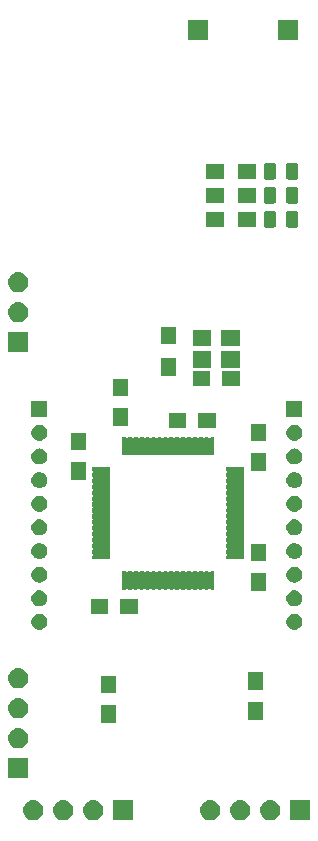
<source format=gbr>
G04 #@! TF.GenerationSoftware,KiCad,Pcbnew,5.0.2-bee76a0~70~ubuntu18.04.1*
G04 #@! TF.CreationDate,2020-02-03T17:56:43+02:00*
G04 #@! TF.ProjectId,Telemetry Board,54656c65-6d65-4747-9279-20426f617264,V1.4.1*
G04 #@! TF.SameCoordinates,Original*
G04 #@! TF.FileFunction,Soldermask,Bot*
G04 #@! TF.FilePolarity,Negative*
%FSLAX46Y46*%
G04 Gerber Fmt 4.6, Leading zero omitted, Abs format (unit mm)*
G04 Created by KiCad (PCBNEW 5.0.2-bee76a0~70~ubuntu18.04.1) date ma  3. helmikuuta 2020 17.56.43*
%MOMM*%
%LPD*%
G01*
G04 APERTURE LIST*
%ADD10C,0.100000*%
G04 APERTURE END LIST*
D10*
G36*
X109816000Y-114896000D02*
X108116000Y-114896000D01*
X108116000Y-113196000D01*
X109816000Y-113196000D01*
X109816000Y-114896000D01*
X109816000Y-114896000D01*
G37*
G36*
X121578630Y-113208299D02*
X121738855Y-113256903D01*
X121886520Y-113335831D01*
X122015949Y-113442051D01*
X122122169Y-113571480D01*
X122201097Y-113719145D01*
X122249701Y-113879370D01*
X122266112Y-114046000D01*
X122249701Y-114212630D01*
X122201097Y-114372855D01*
X122122169Y-114520520D01*
X122015949Y-114649949D01*
X121886520Y-114756169D01*
X121738855Y-114835097D01*
X121578630Y-114883701D01*
X121453752Y-114896000D01*
X121370248Y-114896000D01*
X121245370Y-114883701D01*
X121085145Y-114835097D01*
X120937480Y-114756169D01*
X120808051Y-114649949D01*
X120701831Y-114520520D01*
X120622903Y-114372855D01*
X120574299Y-114212630D01*
X120557888Y-114046000D01*
X120574299Y-113879370D01*
X120622903Y-113719145D01*
X120701831Y-113571480D01*
X120808051Y-113442051D01*
X120937480Y-113335831D01*
X121085145Y-113256903D01*
X121245370Y-113208299D01*
X121370248Y-113196000D01*
X121453752Y-113196000D01*
X121578630Y-113208299D01*
X121578630Y-113208299D01*
G37*
G36*
X124802000Y-114896000D02*
X123102000Y-114896000D01*
X123102000Y-113196000D01*
X124802000Y-113196000D01*
X124802000Y-114896000D01*
X124802000Y-114896000D01*
G37*
G36*
X119038630Y-113208299D02*
X119198855Y-113256903D01*
X119346520Y-113335831D01*
X119475949Y-113442051D01*
X119582169Y-113571480D01*
X119661097Y-113719145D01*
X119709701Y-113879370D01*
X119726112Y-114046000D01*
X119709701Y-114212630D01*
X119661097Y-114372855D01*
X119582169Y-114520520D01*
X119475949Y-114649949D01*
X119346520Y-114756169D01*
X119198855Y-114835097D01*
X119038630Y-114883701D01*
X118913752Y-114896000D01*
X118830248Y-114896000D01*
X118705370Y-114883701D01*
X118545145Y-114835097D01*
X118397480Y-114756169D01*
X118268051Y-114649949D01*
X118161831Y-114520520D01*
X118082903Y-114372855D01*
X118034299Y-114212630D01*
X118017888Y-114046000D01*
X118034299Y-113879370D01*
X118082903Y-113719145D01*
X118161831Y-113571480D01*
X118268051Y-113442051D01*
X118397480Y-113335831D01*
X118545145Y-113256903D01*
X118705370Y-113208299D01*
X118830248Y-113196000D01*
X118913752Y-113196000D01*
X119038630Y-113208299D01*
X119038630Y-113208299D01*
G37*
G36*
X116498630Y-113208299D02*
X116658855Y-113256903D01*
X116806520Y-113335831D01*
X116935949Y-113442051D01*
X117042169Y-113571480D01*
X117121097Y-113719145D01*
X117169701Y-113879370D01*
X117186112Y-114046000D01*
X117169701Y-114212630D01*
X117121097Y-114372855D01*
X117042169Y-114520520D01*
X116935949Y-114649949D01*
X116806520Y-114756169D01*
X116658855Y-114835097D01*
X116498630Y-114883701D01*
X116373752Y-114896000D01*
X116290248Y-114896000D01*
X116165370Y-114883701D01*
X116005145Y-114835097D01*
X115857480Y-114756169D01*
X115728051Y-114649949D01*
X115621831Y-114520520D01*
X115542903Y-114372855D01*
X115494299Y-114212630D01*
X115477888Y-114046000D01*
X115494299Y-113879370D01*
X115542903Y-113719145D01*
X115621831Y-113571480D01*
X115728051Y-113442051D01*
X115857480Y-113335831D01*
X116005145Y-113256903D01*
X116165370Y-113208299D01*
X116290248Y-113196000D01*
X116373752Y-113196000D01*
X116498630Y-113208299D01*
X116498630Y-113208299D01*
G37*
G36*
X104052630Y-113208299D02*
X104212855Y-113256903D01*
X104360520Y-113335831D01*
X104489949Y-113442051D01*
X104596169Y-113571480D01*
X104675097Y-113719145D01*
X104723701Y-113879370D01*
X104740112Y-114046000D01*
X104723701Y-114212630D01*
X104675097Y-114372855D01*
X104596169Y-114520520D01*
X104489949Y-114649949D01*
X104360520Y-114756169D01*
X104212855Y-114835097D01*
X104052630Y-114883701D01*
X103927752Y-114896000D01*
X103844248Y-114896000D01*
X103719370Y-114883701D01*
X103559145Y-114835097D01*
X103411480Y-114756169D01*
X103282051Y-114649949D01*
X103175831Y-114520520D01*
X103096903Y-114372855D01*
X103048299Y-114212630D01*
X103031888Y-114046000D01*
X103048299Y-113879370D01*
X103096903Y-113719145D01*
X103175831Y-113571480D01*
X103282051Y-113442051D01*
X103411480Y-113335831D01*
X103559145Y-113256903D01*
X103719370Y-113208299D01*
X103844248Y-113196000D01*
X103927752Y-113196000D01*
X104052630Y-113208299D01*
X104052630Y-113208299D01*
G37*
G36*
X106592630Y-113208299D02*
X106752855Y-113256903D01*
X106900520Y-113335831D01*
X107029949Y-113442051D01*
X107136169Y-113571480D01*
X107215097Y-113719145D01*
X107263701Y-113879370D01*
X107280112Y-114046000D01*
X107263701Y-114212630D01*
X107215097Y-114372855D01*
X107136169Y-114520520D01*
X107029949Y-114649949D01*
X106900520Y-114756169D01*
X106752855Y-114835097D01*
X106592630Y-114883701D01*
X106467752Y-114896000D01*
X106384248Y-114896000D01*
X106259370Y-114883701D01*
X106099145Y-114835097D01*
X105951480Y-114756169D01*
X105822051Y-114649949D01*
X105715831Y-114520520D01*
X105636903Y-114372855D01*
X105588299Y-114212630D01*
X105571888Y-114046000D01*
X105588299Y-113879370D01*
X105636903Y-113719145D01*
X105715831Y-113571480D01*
X105822051Y-113442051D01*
X105951480Y-113335831D01*
X106099145Y-113256903D01*
X106259370Y-113208299D01*
X106384248Y-113196000D01*
X106467752Y-113196000D01*
X106592630Y-113208299D01*
X106592630Y-113208299D01*
G37*
G36*
X101512630Y-113208299D02*
X101672855Y-113256903D01*
X101820520Y-113335831D01*
X101949949Y-113442051D01*
X102056169Y-113571480D01*
X102135097Y-113719145D01*
X102183701Y-113879370D01*
X102200112Y-114046000D01*
X102183701Y-114212630D01*
X102135097Y-114372855D01*
X102056169Y-114520520D01*
X101949949Y-114649949D01*
X101820520Y-114756169D01*
X101672855Y-114835097D01*
X101512630Y-114883701D01*
X101387752Y-114896000D01*
X101304248Y-114896000D01*
X101179370Y-114883701D01*
X101019145Y-114835097D01*
X100871480Y-114756169D01*
X100742051Y-114649949D01*
X100635831Y-114520520D01*
X100556903Y-114372855D01*
X100508299Y-114212630D01*
X100491888Y-114046000D01*
X100508299Y-113879370D01*
X100556903Y-113719145D01*
X100635831Y-113571480D01*
X100742051Y-113442051D01*
X100871480Y-113335831D01*
X101019145Y-113256903D01*
X101179370Y-113208299D01*
X101304248Y-113196000D01*
X101387752Y-113196000D01*
X101512630Y-113208299D01*
X101512630Y-113208299D01*
G37*
G36*
X100926000Y-111340000D02*
X99226000Y-111340000D01*
X99226000Y-109640000D01*
X100926000Y-109640000D01*
X100926000Y-111340000D01*
X100926000Y-111340000D01*
G37*
G36*
X100242630Y-107112299D02*
X100402855Y-107160903D01*
X100550520Y-107239831D01*
X100679949Y-107346051D01*
X100786169Y-107475480D01*
X100865097Y-107623145D01*
X100913701Y-107783370D01*
X100930112Y-107950000D01*
X100913701Y-108116630D01*
X100865097Y-108276855D01*
X100786169Y-108424520D01*
X100679949Y-108553949D01*
X100550520Y-108660169D01*
X100402855Y-108739097D01*
X100242630Y-108787701D01*
X100117752Y-108800000D01*
X100034248Y-108800000D01*
X99909370Y-108787701D01*
X99749145Y-108739097D01*
X99601480Y-108660169D01*
X99472051Y-108553949D01*
X99365831Y-108424520D01*
X99286903Y-108276855D01*
X99238299Y-108116630D01*
X99221888Y-107950000D01*
X99238299Y-107783370D01*
X99286903Y-107623145D01*
X99365831Y-107475480D01*
X99472051Y-107346051D01*
X99601480Y-107239831D01*
X99749145Y-107160903D01*
X99909370Y-107112299D01*
X100034248Y-107100000D01*
X100117752Y-107100000D01*
X100242630Y-107112299D01*
X100242630Y-107112299D01*
G37*
G36*
X108321000Y-106648000D02*
X107071000Y-106648000D01*
X107071000Y-105148000D01*
X108321000Y-105148000D01*
X108321000Y-106648000D01*
X108321000Y-106648000D01*
G37*
G36*
X120767000Y-106374000D02*
X119517000Y-106374000D01*
X119517000Y-104874000D01*
X120767000Y-104874000D01*
X120767000Y-106374000D01*
X120767000Y-106374000D01*
G37*
G36*
X100242630Y-104572299D02*
X100402855Y-104620903D01*
X100550520Y-104699831D01*
X100679949Y-104806051D01*
X100786169Y-104935480D01*
X100865097Y-105083145D01*
X100913701Y-105243370D01*
X100930112Y-105410000D01*
X100913701Y-105576630D01*
X100865097Y-105736855D01*
X100786169Y-105884520D01*
X100679949Y-106013949D01*
X100550520Y-106120169D01*
X100402855Y-106199097D01*
X100242630Y-106247701D01*
X100117752Y-106260000D01*
X100034248Y-106260000D01*
X99909370Y-106247701D01*
X99749145Y-106199097D01*
X99601480Y-106120169D01*
X99472051Y-106013949D01*
X99365831Y-105884520D01*
X99286903Y-105736855D01*
X99238299Y-105576630D01*
X99221888Y-105410000D01*
X99238299Y-105243370D01*
X99286903Y-105083145D01*
X99365831Y-104935480D01*
X99472051Y-104806051D01*
X99601480Y-104699831D01*
X99749145Y-104620903D01*
X99909370Y-104572299D01*
X100034248Y-104560000D01*
X100117752Y-104560000D01*
X100242630Y-104572299D01*
X100242630Y-104572299D01*
G37*
G36*
X108321000Y-104148000D02*
X107071000Y-104148000D01*
X107071000Y-102648000D01*
X108321000Y-102648000D01*
X108321000Y-104148000D01*
X108321000Y-104148000D01*
G37*
G36*
X120767000Y-103874000D02*
X119517000Y-103874000D01*
X119517000Y-102374000D01*
X120767000Y-102374000D01*
X120767000Y-103874000D01*
X120767000Y-103874000D01*
G37*
G36*
X100242630Y-102032299D02*
X100402855Y-102080903D01*
X100550520Y-102159831D01*
X100679949Y-102266051D01*
X100786169Y-102395480D01*
X100865097Y-102543145D01*
X100913701Y-102703370D01*
X100930112Y-102870000D01*
X100913701Y-103036630D01*
X100865097Y-103196855D01*
X100786169Y-103344520D01*
X100679949Y-103473949D01*
X100550520Y-103580169D01*
X100402855Y-103659097D01*
X100242630Y-103707701D01*
X100117752Y-103720000D01*
X100034248Y-103720000D01*
X99909370Y-103707701D01*
X99749145Y-103659097D01*
X99601480Y-103580169D01*
X99472051Y-103473949D01*
X99365831Y-103344520D01*
X99286903Y-103196855D01*
X99238299Y-103036630D01*
X99221888Y-102870000D01*
X99238299Y-102703370D01*
X99286903Y-102543145D01*
X99365831Y-102395480D01*
X99472051Y-102266051D01*
X99601480Y-102159831D01*
X99749145Y-102080903D01*
X99909370Y-102032299D01*
X100034248Y-102020000D01*
X100117752Y-102020000D01*
X100242630Y-102032299D01*
X100242630Y-102032299D01*
G37*
G36*
X101987324Y-97419768D02*
X102114562Y-97458365D01*
X102231825Y-97521043D01*
X102334607Y-97605395D01*
X102418959Y-97708177D01*
X102481637Y-97825440D01*
X102520234Y-97952678D01*
X102533267Y-98085001D01*
X102520234Y-98217324D01*
X102481637Y-98344562D01*
X102418959Y-98461825D01*
X102334607Y-98564607D01*
X102231825Y-98648959D01*
X102114562Y-98711637D01*
X101987324Y-98750234D01*
X101888160Y-98760001D01*
X101821842Y-98760001D01*
X101722678Y-98750234D01*
X101595440Y-98711637D01*
X101478177Y-98648959D01*
X101375395Y-98564607D01*
X101291043Y-98461825D01*
X101228365Y-98344562D01*
X101189768Y-98217324D01*
X101176735Y-98085001D01*
X101189768Y-97952678D01*
X101228365Y-97825440D01*
X101291043Y-97708177D01*
X101375395Y-97605395D01*
X101478177Y-97521043D01*
X101595440Y-97458365D01*
X101722678Y-97419768D01*
X101821842Y-97410001D01*
X101888160Y-97410001D01*
X101987324Y-97419768D01*
X101987324Y-97419768D01*
G37*
G36*
X123577324Y-97419768D02*
X123704562Y-97458365D01*
X123821825Y-97521043D01*
X123924607Y-97605395D01*
X124008959Y-97708177D01*
X124071637Y-97825440D01*
X124110234Y-97952678D01*
X124123267Y-98085001D01*
X124110234Y-98217324D01*
X124071637Y-98344562D01*
X124008959Y-98461825D01*
X123924607Y-98564607D01*
X123821825Y-98648959D01*
X123704562Y-98711637D01*
X123577324Y-98750234D01*
X123478160Y-98760001D01*
X123411842Y-98760001D01*
X123312678Y-98750234D01*
X123185440Y-98711637D01*
X123068177Y-98648959D01*
X122965395Y-98564607D01*
X122881043Y-98461825D01*
X122818365Y-98344562D01*
X122779768Y-98217324D01*
X122766735Y-98085001D01*
X122779768Y-97952678D01*
X122818365Y-97825440D01*
X122881043Y-97708177D01*
X122965395Y-97605395D01*
X123068177Y-97521043D01*
X123185440Y-97458365D01*
X123312678Y-97419768D01*
X123411842Y-97410001D01*
X123478160Y-97410001D01*
X123577324Y-97419768D01*
X123577324Y-97419768D01*
G37*
G36*
X107704000Y-97399000D02*
X106204000Y-97399000D01*
X106204000Y-96149000D01*
X107704000Y-96149000D01*
X107704000Y-97399000D01*
X107704000Y-97399000D01*
G37*
G36*
X110204000Y-97399000D02*
X108704000Y-97399000D01*
X108704000Y-96149000D01*
X110204000Y-96149000D01*
X110204000Y-97399000D01*
X110204000Y-97399000D01*
G37*
G36*
X123577324Y-95419768D02*
X123704562Y-95458365D01*
X123821825Y-95521043D01*
X123924607Y-95605395D01*
X124008959Y-95708177D01*
X124071637Y-95825440D01*
X124110234Y-95952678D01*
X124123267Y-96085001D01*
X124110234Y-96217324D01*
X124071637Y-96344562D01*
X124008959Y-96461825D01*
X123924607Y-96564607D01*
X123821825Y-96648959D01*
X123704562Y-96711637D01*
X123577324Y-96750234D01*
X123478160Y-96760001D01*
X123411842Y-96760001D01*
X123312678Y-96750234D01*
X123185440Y-96711637D01*
X123068177Y-96648959D01*
X122965395Y-96564607D01*
X122881043Y-96461825D01*
X122818365Y-96344562D01*
X122779768Y-96217324D01*
X122766735Y-96085001D01*
X122779768Y-95952678D01*
X122818365Y-95825440D01*
X122881043Y-95708177D01*
X122965395Y-95605395D01*
X123068177Y-95521043D01*
X123185440Y-95458365D01*
X123312678Y-95419768D01*
X123411842Y-95410001D01*
X123478160Y-95410001D01*
X123577324Y-95419768D01*
X123577324Y-95419768D01*
G37*
G36*
X101987324Y-95419768D02*
X102114562Y-95458365D01*
X102231825Y-95521043D01*
X102334607Y-95605395D01*
X102418959Y-95708177D01*
X102481637Y-95825440D01*
X102520234Y-95952678D01*
X102533267Y-96085001D01*
X102520234Y-96217324D01*
X102481637Y-96344562D01*
X102418959Y-96461825D01*
X102334607Y-96564607D01*
X102231825Y-96648959D01*
X102114562Y-96711637D01*
X101987324Y-96750234D01*
X101888160Y-96760001D01*
X101821842Y-96760001D01*
X101722678Y-96750234D01*
X101595440Y-96711637D01*
X101478177Y-96648959D01*
X101375395Y-96564607D01*
X101291043Y-96461825D01*
X101228365Y-96344562D01*
X101189768Y-96217324D01*
X101176735Y-96085001D01*
X101189768Y-95952678D01*
X101228365Y-95825440D01*
X101291043Y-95708177D01*
X101375395Y-95605395D01*
X101478177Y-95521043D01*
X101595440Y-95458365D01*
X101722678Y-95419768D01*
X101821842Y-95410001D01*
X101888160Y-95410001D01*
X101987324Y-95419768D01*
X101987324Y-95419768D01*
G37*
G36*
X121021000Y-95472000D02*
X119771000Y-95472000D01*
X119771000Y-93972000D01*
X121021000Y-93972000D01*
X121021000Y-95472000D01*
X121021000Y-95472000D01*
G37*
G36*
X109165818Y-93800833D02*
X109168053Y-93801511D01*
X109170107Y-93802609D01*
X109171911Y-93804089D01*
X109179374Y-93813183D01*
X109196701Y-93830510D01*
X109217076Y-93844123D01*
X109239715Y-93853501D01*
X109263749Y-93858281D01*
X109288253Y-93858281D01*
X109312286Y-93853500D01*
X109334925Y-93844123D01*
X109355300Y-93830509D01*
X109372626Y-93813183D01*
X109380089Y-93804089D01*
X109381893Y-93802609D01*
X109383947Y-93801511D01*
X109386182Y-93800833D01*
X109394640Y-93800000D01*
X109657360Y-93800000D01*
X109665818Y-93800833D01*
X109668053Y-93801511D01*
X109670107Y-93802609D01*
X109671911Y-93804089D01*
X109679374Y-93813183D01*
X109696701Y-93830510D01*
X109717076Y-93844123D01*
X109739715Y-93853501D01*
X109763749Y-93858281D01*
X109788253Y-93858281D01*
X109812286Y-93853500D01*
X109834925Y-93844123D01*
X109855300Y-93830509D01*
X109872626Y-93813183D01*
X109880089Y-93804089D01*
X109881893Y-93802609D01*
X109883947Y-93801511D01*
X109886182Y-93800833D01*
X109894640Y-93800000D01*
X110157360Y-93800000D01*
X110165818Y-93800833D01*
X110168053Y-93801511D01*
X110170107Y-93802609D01*
X110171911Y-93804089D01*
X110179374Y-93813183D01*
X110196701Y-93830510D01*
X110217076Y-93844123D01*
X110239715Y-93853501D01*
X110263749Y-93858281D01*
X110288253Y-93858281D01*
X110312286Y-93853500D01*
X110334925Y-93844123D01*
X110355300Y-93830509D01*
X110372626Y-93813183D01*
X110380089Y-93804089D01*
X110381893Y-93802609D01*
X110383947Y-93801511D01*
X110386182Y-93800833D01*
X110394640Y-93800000D01*
X110657360Y-93800000D01*
X110665818Y-93800833D01*
X110668053Y-93801511D01*
X110670107Y-93802609D01*
X110671911Y-93804089D01*
X110679374Y-93813183D01*
X110696701Y-93830510D01*
X110717076Y-93844123D01*
X110739715Y-93853501D01*
X110763749Y-93858281D01*
X110788253Y-93858281D01*
X110812286Y-93853500D01*
X110834925Y-93844123D01*
X110855300Y-93830509D01*
X110872626Y-93813183D01*
X110880089Y-93804089D01*
X110881893Y-93802609D01*
X110883947Y-93801511D01*
X110886182Y-93800833D01*
X110894640Y-93800000D01*
X111157360Y-93800000D01*
X111165818Y-93800833D01*
X111168053Y-93801511D01*
X111170107Y-93802609D01*
X111171911Y-93804089D01*
X111179374Y-93813183D01*
X111196701Y-93830510D01*
X111217076Y-93844123D01*
X111239715Y-93853501D01*
X111263749Y-93858281D01*
X111288253Y-93858281D01*
X111312286Y-93853500D01*
X111334925Y-93844123D01*
X111355300Y-93830509D01*
X111372626Y-93813183D01*
X111380089Y-93804089D01*
X111381893Y-93802609D01*
X111383947Y-93801511D01*
X111386182Y-93800833D01*
X111394640Y-93800000D01*
X111657360Y-93800000D01*
X111665818Y-93800833D01*
X111668053Y-93801511D01*
X111670107Y-93802609D01*
X111671911Y-93804089D01*
X111679374Y-93813183D01*
X111696701Y-93830510D01*
X111717076Y-93844123D01*
X111739715Y-93853501D01*
X111763749Y-93858281D01*
X111788253Y-93858281D01*
X111812286Y-93853500D01*
X111834925Y-93844123D01*
X111855300Y-93830509D01*
X111872626Y-93813183D01*
X111880089Y-93804089D01*
X111881893Y-93802609D01*
X111883947Y-93801511D01*
X111886182Y-93800833D01*
X111894640Y-93800000D01*
X112157360Y-93800000D01*
X112165818Y-93800833D01*
X112168053Y-93801511D01*
X112170107Y-93802609D01*
X112171911Y-93804089D01*
X112179374Y-93813183D01*
X112196701Y-93830510D01*
X112217076Y-93844123D01*
X112239715Y-93853501D01*
X112263749Y-93858281D01*
X112288253Y-93858281D01*
X112312286Y-93853500D01*
X112334925Y-93844123D01*
X112355300Y-93830509D01*
X112372626Y-93813183D01*
X112380089Y-93804089D01*
X112381893Y-93802609D01*
X112383947Y-93801511D01*
X112386182Y-93800833D01*
X112394640Y-93800000D01*
X112657360Y-93800000D01*
X112665818Y-93800833D01*
X112668053Y-93801511D01*
X112670107Y-93802609D01*
X112671911Y-93804089D01*
X112679374Y-93813183D01*
X112696701Y-93830510D01*
X112717076Y-93844123D01*
X112739715Y-93853501D01*
X112763749Y-93858281D01*
X112788253Y-93858281D01*
X112812286Y-93853500D01*
X112834925Y-93844123D01*
X112855300Y-93830509D01*
X112872626Y-93813183D01*
X112880089Y-93804089D01*
X112881893Y-93802609D01*
X112883947Y-93801511D01*
X112886182Y-93800833D01*
X112894640Y-93800000D01*
X113157360Y-93800000D01*
X113165818Y-93800833D01*
X113168053Y-93801511D01*
X113170107Y-93802609D01*
X113171911Y-93804089D01*
X113179374Y-93813183D01*
X113196701Y-93830510D01*
X113217076Y-93844123D01*
X113239715Y-93853501D01*
X113263749Y-93858281D01*
X113288253Y-93858281D01*
X113312286Y-93853500D01*
X113334925Y-93844123D01*
X113355300Y-93830509D01*
X113372626Y-93813183D01*
X113380089Y-93804089D01*
X113381893Y-93802609D01*
X113383947Y-93801511D01*
X113386182Y-93800833D01*
X113394640Y-93800000D01*
X113657360Y-93800000D01*
X113665818Y-93800833D01*
X113668053Y-93801511D01*
X113670107Y-93802609D01*
X113671911Y-93804089D01*
X113679374Y-93813183D01*
X113696701Y-93830510D01*
X113717076Y-93844123D01*
X113739715Y-93853501D01*
X113763749Y-93858281D01*
X113788253Y-93858281D01*
X113812286Y-93853500D01*
X113834925Y-93844123D01*
X113855300Y-93830509D01*
X113872626Y-93813183D01*
X113880089Y-93804089D01*
X113881893Y-93802609D01*
X113883947Y-93801511D01*
X113886182Y-93800833D01*
X113894640Y-93800000D01*
X114157360Y-93800000D01*
X114165818Y-93800833D01*
X114168053Y-93801511D01*
X114170107Y-93802609D01*
X114171911Y-93804089D01*
X114179374Y-93813183D01*
X114196701Y-93830510D01*
X114217076Y-93844123D01*
X114239715Y-93853501D01*
X114263749Y-93858281D01*
X114288253Y-93858281D01*
X114312286Y-93853500D01*
X114334925Y-93844123D01*
X114355300Y-93830509D01*
X114372626Y-93813183D01*
X114380089Y-93804089D01*
X114381893Y-93802609D01*
X114383947Y-93801511D01*
X114386182Y-93800833D01*
X114394640Y-93800000D01*
X114657360Y-93800000D01*
X114665818Y-93800833D01*
X114668053Y-93801511D01*
X114670107Y-93802609D01*
X114671911Y-93804089D01*
X114679374Y-93813183D01*
X114696701Y-93830510D01*
X114717076Y-93844123D01*
X114739715Y-93853501D01*
X114763749Y-93858281D01*
X114788253Y-93858281D01*
X114812286Y-93853500D01*
X114834925Y-93844123D01*
X114855300Y-93830509D01*
X114872626Y-93813183D01*
X114880089Y-93804089D01*
X114881893Y-93802609D01*
X114883947Y-93801511D01*
X114886182Y-93800833D01*
X114894640Y-93800000D01*
X115157360Y-93800000D01*
X115165818Y-93800833D01*
X115168053Y-93801511D01*
X115170107Y-93802609D01*
X115171911Y-93804089D01*
X115179374Y-93813183D01*
X115196701Y-93830510D01*
X115217076Y-93844123D01*
X115239715Y-93853501D01*
X115263749Y-93858281D01*
X115288253Y-93858281D01*
X115312286Y-93853500D01*
X115334925Y-93844123D01*
X115355300Y-93830509D01*
X115372626Y-93813183D01*
X115380089Y-93804089D01*
X115381893Y-93802609D01*
X115383947Y-93801511D01*
X115386182Y-93800833D01*
X115394640Y-93800000D01*
X115657360Y-93800000D01*
X115665818Y-93800833D01*
X115668053Y-93801511D01*
X115670107Y-93802609D01*
X115671911Y-93804089D01*
X115679374Y-93813183D01*
X115696701Y-93830510D01*
X115717076Y-93844123D01*
X115739715Y-93853501D01*
X115763749Y-93858281D01*
X115788253Y-93858281D01*
X115812286Y-93853500D01*
X115834925Y-93844123D01*
X115855300Y-93830509D01*
X115872626Y-93813183D01*
X115880089Y-93804089D01*
X115881893Y-93802609D01*
X115883947Y-93801511D01*
X115886182Y-93800833D01*
X115894640Y-93800000D01*
X116157360Y-93800000D01*
X116165818Y-93800833D01*
X116168053Y-93801511D01*
X116170107Y-93802609D01*
X116171911Y-93804089D01*
X116179374Y-93813183D01*
X116196701Y-93830510D01*
X116217076Y-93844123D01*
X116239715Y-93853501D01*
X116263749Y-93858281D01*
X116288253Y-93858281D01*
X116312286Y-93853500D01*
X116334925Y-93844123D01*
X116355300Y-93830509D01*
X116372626Y-93813183D01*
X116380089Y-93804089D01*
X116381893Y-93802609D01*
X116383947Y-93801511D01*
X116386182Y-93800833D01*
X116394640Y-93800000D01*
X116657360Y-93800000D01*
X116665818Y-93800833D01*
X116668053Y-93801511D01*
X116670107Y-93802609D01*
X116671911Y-93804089D01*
X116673391Y-93805893D01*
X116674489Y-93807947D01*
X116675167Y-93810182D01*
X116676000Y-93818640D01*
X116676000Y-95331360D01*
X116675167Y-95339818D01*
X116674489Y-95342053D01*
X116673391Y-95344107D01*
X116671911Y-95345911D01*
X116670107Y-95347391D01*
X116668053Y-95348489D01*
X116665818Y-95349167D01*
X116657360Y-95350000D01*
X116394640Y-95350000D01*
X116386182Y-95349167D01*
X116383947Y-95348489D01*
X116381893Y-95347391D01*
X116380089Y-95345911D01*
X116372626Y-95336817D01*
X116355299Y-95319490D01*
X116334924Y-95305877D01*
X116312285Y-95296499D01*
X116288251Y-95291719D01*
X116263747Y-95291719D01*
X116239714Y-95296500D01*
X116217075Y-95305877D01*
X116196700Y-95319491D01*
X116179374Y-95336817D01*
X116171911Y-95345911D01*
X116170107Y-95347391D01*
X116168053Y-95348489D01*
X116165818Y-95349167D01*
X116157360Y-95350000D01*
X115894640Y-95350000D01*
X115886182Y-95349167D01*
X115883947Y-95348489D01*
X115881893Y-95347391D01*
X115880089Y-95345911D01*
X115872626Y-95336817D01*
X115855299Y-95319490D01*
X115834924Y-95305877D01*
X115812285Y-95296499D01*
X115788251Y-95291719D01*
X115763747Y-95291719D01*
X115739714Y-95296500D01*
X115717075Y-95305877D01*
X115696700Y-95319491D01*
X115679374Y-95336817D01*
X115671911Y-95345911D01*
X115670107Y-95347391D01*
X115668053Y-95348489D01*
X115665818Y-95349167D01*
X115657360Y-95350000D01*
X115394640Y-95350000D01*
X115386182Y-95349167D01*
X115383947Y-95348489D01*
X115381893Y-95347391D01*
X115380089Y-95345911D01*
X115372626Y-95336817D01*
X115355299Y-95319490D01*
X115334924Y-95305877D01*
X115312285Y-95296499D01*
X115288251Y-95291719D01*
X115263747Y-95291719D01*
X115239714Y-95296500D01*
X115217075Y-95305877D01*
X115196700Y-95319491D01*
X115179374Y-95336817D01*
X115171911Y-95345911D01*
X115170107Y-95347391D01*
X115168053Y-95348489D01*
X115165818Y-95349167D01*
X115157360Y-95350000D01*
X114894640Y-95350000D01*
X114886182Y-95349167D01*
X114883947Y-95348489D01*
X114881893Y-95347391D01*
X114880089Y-95345911D01*
X114872626Y-95336817D01*
X114855299Y-95319490D01*
X114834924Y-95305877D01*
X114812285Y-95296499D01*
X114788251Y-95291719D01*
X114763747Y-95291719D01*
X114739714Y-95296500D01*
X114717075Y-95305877D01*
X114696700Y-95319491D01*
X114679374Y-95336817D01*
X114671911Y-95345911D01*
X114670107Y-95347391D01*
X114668053Y-95348489D01*
X114665818Y-95349167D01*
X114657360Y-95350000D01*
X114394640Y-95350000D01*
X114386182Y-95349167D01*
X114383947Y-95348489D01*
X114381893Y-95347391D01*
X114380089Y-95345911D01*
X114372626Y-95336817D01*
X114355299Y-95319490D01*
X114334924Y-95305877D01*
X114312285Y-95296499D01*
X114288251Y-95291719D01*
X114263747Y-95291719D01*
X114239714Y-95296500D01*
X114217075Y-95305877D01*
X114196700Y-95319491D01*
X114179374Y-95336817D01*
X114171911Y-95345911D01*
X114170107Y-95347391D01*
X114168053Y-95348489D01*
X114165818Y-95349167D01*
X114157360Y-95350000D01*
X113894640Y-95350000D01*
X113886182Y-95349167D01*
X113883947Y-95348489D01*
X113881893Y-95347391D01*
X113880089Y-95345911D01*
X113872626Y-95336817D01*
X113855299Y-95319490D01*
X113834924Y-95305877D01*
X113812285Y-95296499D01*
X113788251Y-95291719D01*
X113763747Y-95291719D01*
X113739714Y-95296500D01*
X113717075Y-95305877D01*
X113696700Y-95319491D01*
X113679374Y-95336817D01*
X113671911Y-95345911D01*
X113670107Y-95347391D01*
X113668053Y-95348489D01*
X113665818Y-95349167D01*
X113657360Y-95350000D01*
X113394640Y-95350000D01*
X113386182Y-95349167D01*
X113383947Y-95348489D01*
X113381893Y-95347391D01*
X113380089Y-95345911D01*
X113372626Y-95336817D01*
X113355299Y-95319490D01*
X113334924Y-95305877D01*
X113312285Y-95296499D01*
X113288251Y-95291719D01*
X113263747Y-95291719D01*
X113239714Y-95296500D01*
X113217075Y-95305877D01*
X113196700Y-95319491D01*
X113179374Y-95336817D01*
X113171911Y-95345911D01*
X113170107Y-95347391D01*
X113168053Y-95348489D01*
X113165818Y-95349167D01*
X113157360Y-95350000D01*
X112894640Y-95350000D01*
X112886182Y-95349167D01*
X112883947Y-95348489D01*
X112881893Y-95347391D01*
X112880089Y-95345911D01*
X112872626Y-95336817D01*
X112855299Y-95319490D01*
X112834924Y-95305877D01*
X112812285Y-95296499D01*
X112788251Y-95291719D01*
X112763747Y-95291719D01*
X112739714Y-95296500D01*
X112717075Y-95305877D01*
X112696700Y-95319491D01*
X112679374Y-95336817D01*
X112671911Y-95345911D01*
X112670107Y-95347391D01*
X112668053Y-95348489D01*
X112665818Y-95349167D01*
X112657360Y-95350000D01*
X112394640Y-95350000D01*
X112386182Y-95349167D01*
X112383947Y-95348489D01*
X112381893Y-95347391D01*
X112380089Y-95345911D01*
X112372626Y-95336817D01*
X112355299Y-95319490D01*
X112334924Y-95305877D01*
X112312285Y-95296499D01*
X112288251Y-95291719D01*
X112263747Y-95291719D01*
X112239714Y-95296500D01*
X112217075Y-95305877D01*
X112196700Y-95319491D01*
X112179374Y-95336817D01*
X112171911Y-95345911D01*
X112170107Y-95347391D01*
X112168053Y-95348489D01*
X112165818Y-95349167D01*
X112157360Y-95350000D01*
X111894640Y-95350000D01*
X111886182Y-95349167D01*
X111883947Y-95348489D01*
X111881893Y-95347391D01*
X111880089Y-95345911D01*
X111872626Y-95336817D01*
X111855299Y-95319490D01*
X111834924Y-95305877D01*
X111812285Y-95296499D01*
X111788251Y-95291719D01*
X111763747Y-95291719D01*
X111739714Y-95296500D01*
X111717075Y-95305877D01*
X111696700Y-95319491D01*
X111679374Y-95336817D01*
X111671911Y-95345911D01*
X111670107Y-95347391D01*
X111668053Y-95348489D01*
X111665818Y-95349167D01*
X111657360Y-95350000D01*
X111394640Y-95350000D01*
X111386182Y-95349167D01*
X111383947Y-95348489D01*
X111381893Y-95347391D01*
X111380089Y-95345911D01*
X111372626Y-95336817D01*
X111355299Y-95319490D01*
X111334924Y-95305877D01*
X111312285Y-95296499D01*
X111288251Y-95291719D01*
X111263747Y-95291719D01*
X111239714Y-95296500D01*
X111217075Y-95305877D01*
X111196700Y-95319491D01*
X111179374Y-95336817D01*
X111171911Y-95345911D01*
X111170107Y-95347391D01*
X111168053Y-95348489D01*
X111165818Y-95349167D01*
X111157360Y-95350000D01*
X110894640Y-95350000D01*
X110886182Y-95349167D01*
X110883947Y-95348489D01*
X110881893Y-95347391D01*
X110880089Y-95345911D01*
X110872626Y-95336817D01*
X110855299Y-95319490D01*
X110834924Y-95305877D01*
X110812285Y-95296499D01*
X110788251Y-95291719D01*
X110763747Y-95291719D01*
X110739714Y-95296500D01*
X110717075Y-95305877D01*
X110696700Y-95319491D01*
X110679374Y-95336817D01*
X110671911Y-95345911D01*
X110670107Y-95347391D01*
X110668053Y-95348489D01*
X110665818Y-95349167D01*
X110657360Y-95350000D01*
X110394640Y-95350000D01*
X110386182Y-95349167D01*
X110383947Y-95348489D01*
X110381893Y-95347391D01*
X110380089Y-95345911D01*
X110372626Y-95336817D01*
X110355299Y-95319490D01*
X110334924Y-95305877D01*
X110312285Y-95296499D01*
X110288251Y-95291719D01*
X110263747Y-95291719D01*
X110239714Y-95296500D01*
X110217075Y-95305877D01*
X110196700Y-95319491D01*
X110179374Y-95336817D01*
X110171911Y-95345911D01*
X110170107Y-95347391D01*
X110168053Y-95348489D01*
X110165818Y-95349167D01*
X110157360Y-95350000D01*
X109894640Y-95350000D01*
X109886182Y-95349167D01*
X109883947Y-95348489D01*
X109881893Y-95347391D01*
X109880089Y-95345911D01*
X109872626Y-95336817D01*
X109855299Y-95319490D01*
X109834924Y-95305877D01*
X109812285Y-95296499D01*
X109788251Y-95291719D01*
X109763747Y-95291719D01*
X109739714Y-95296500D01*
X109717075Y-95305877D01*
X109696700Y-95319491D01*
X109679374Y-95336817D01*
X109671911Y-95345911D01*
X109670107Y-95347391D01*
X109668053Y-95348489D01*
X109665818Y-95349167D01*
X109657360Y-95350000D01*
X109394640Y-95350000D01*
X109386182Y-95349167D01*
X109383947Y-95348489D01*
X109381893Y-95347391D01*
X109380089Y-95345911D01*
X109372626Y-95336817D01*
X109355299Y-95319490D01*
X109334924Y-95305877D01*
X109312285Y-95296499D01*
X109288251Y-95291719D01*
X109263747Y-95291719D01*
X109239714Y-95296500D01*
X109217075Y-95305877D01*
X109196700Y-95319491D01*
X109179374Y-95336817D01*
X109171911Y-95345911D01*
X109170107Y-95347391D01*
X109168053Y-95348489D01*
X109165818Y-95349167D01*
X109157360Y-95350000D01*
X108894640Y-95350000D01*
X108886182Y-95349167D01*
X108883947Y-95348489D01*
X108881893Y-95347391D01*
X108880089Y-95345911D01*
X108878609Y-95344107D01*
X108877511Y-95342053D01*
X108876833Y-95339818D01*
X108876000Y-95331360D01*
X108876000Y-93818640D01*
X108876833Y-93810182D01*
X108877511Y-93807947D01*
X108878609Y-93805893D01*
X108880089Y-93804089D01*
X108881893Y-93802609D01*
X108883947Y-93801511D01*
X108886182Y-93800833D01*
X108894640Y-93800000D01*
X109157360Y-93800000D01*
X109165818Y-93800833D01*
X109165818Y-93800833D01*
G37*
G36*
X123577324Y-93419768D02*
X123704562Y-93458365D01*
X123821825Y-93521043D01*
X123924607Y-93605395D01*
X124008959Y-93708177D01*
X124071637Y-93825440D01*
X124110234Y-93952678D01*
X124123267Y-94085001D01*
X124110234Y-94217324D01*
X124071637Y-94344562D01*
X124008959Y-94461825D01*
X123924607Y-94564607D01*
X123821825Y-94648959D01*
X123704562Y-94711637D01*
X123577324Y-94750234D01*
X123478160Y-94760001D01*
X123411842Y-94760001D01*
X123312678Y-94750234D01*
X123185440Y-94711637D01*
X123068177Y-94648959D01*
X122965395Y-94564607D01*
X122881043Y-94461825D01*
X122818365Y-94344562D01*
X122779768Y-94217324D01*
X122766735Y-94085001D01*
X122779768Y-93952678D01*
X122818365Y-93825440D01*
X122881043Y-93708177D01*
X122965395Y-93605395D01*
X123068177Y-93521043D01*
X123185440Y-93458365D01*
X123312678Y-93419768D01*
X123411842Y-93410001D01*
X123478160Y-93410001D01*
X123577324Y-93419768D01*
X123577324Y-93419768D01*
G37*
G36*
X101987324Y-93419768D02*
X102114562Y-93458365D01*
X102231825Y-93521043D01*
X102334607Y-93605395D01*
X102418959Y-93708177D01*
X102481637Y-93825440D01*
X102520234Y-93952678D01*
X102533267Y-94085001D01*
X102520234Y-94217324D01*
X102481637Y-94344562D01*
X102418959Y-94461825D01*
X102334607Y-94564607D01*
X102231825Y-94648959D01*
X102114562Y-94711637D01*
X101987324Y-94750234D01*
X101888160Y-94760001D01*
X101821842Y-94760001D01*
X101722678Y-94750234D01*
X101595440Y-94711637D01*
X101478177Y-94648959D01*
X101375395Y-94564607D01*
X101291043Y-94461825D01*
X101228365Y-94344562D01*
X101189768Y-94217324D01*
X101176735Y-94085001D01*
X101189768Y-93952678D01*
X101228365Y-93825440D01*
X101291043Y-93708177D01*
X101375395Y-93605395D01*
X101478177Y-93521043D01*
X101595440Y-93458365D01*
X101722678Y-93419768D01*
X101821842Y-93410001D01*
X101888160Y-93410001D01*
X101987324Y-93419768D01*
X101987324Y-93419768D01*
G37*
G36*
X121021000Y-92972000D02*
X119771000Y-92972000D01*
X119771000Y-91472000D01*
X121021000Y-91472000D01*
X121021000Y-92972000D01*
X121021000Y-92972000D01*
G37*
G36*
X107865818Y-85000833D02*
X107868053Y-85001511D01*
X107870107Y-85002609D01*
X107871911Y-85004089D01*
X107873391Y-85005893D01*
X107874489Y-85007947D01*
X107875167Y-85010182D01*
X107876000Y-85018640D01*
X107876000Y-85281360D01*
X107875167Y-85289818D01*
X107874489Y-85292053D01*
X107873391Y-85294107D01*
X107871911Y-85295911D01*
X107862817Y-85303374D01*
X107845490Y-85320701D01*
X107831877Y-85341076D01*
X107822499Y-85363715D01*
X107817719Y-85387749D01*
X107817719Y-85412253D01*
X107822500Y-85436286D01*
X107831877Y-85458925D01*
X107845491Y-85479300D01*
X107862817Y-85496626D01*
X107871911Y-85504089D01*
X107873391Y-85505893D01*
X107874489Y-85507947D01*
X107875167Y-85510182D01*
X107876000Y-85518640D01*
X107876000Y-85781360D01*
X107875167Y-85789818D01*
X107874489Y-85792053D01*
X107873391Y-85794107D01*
X107871911Y-85795911D01*
X107862817Y-85803374D01*
X107845490Y-85820701D01*
X107831877Y-85841076D01*
X107822499Y-85863715D01*
X107817719Y-85887749D01*
X107817719Y-85912253D01*
X107822500Y-85936286D01*
X107831877Y-85958925D01*
X107845491Y-85979300D01*
X107862817Y-85996626D01*
X107871911Y-86004089D01*
X107873391Y-86005893D01*
X107874489Y-86007947D01*
X107875167Y-86010182D01*
X107876000Y-86018640D01*
X107876000Y-86281360D01*
X107875167Y-86289818D01*
X107874489Y-86292053D01*
X107873391Y-86294107D01*
X107871911Y-86295911D01*
X107862817Y-86303374D01*
X107845490Y-86320701D01*
X107831877Y-86341076D01*
X107822499Y-86363715D01*
X107817719Y-86387749D01*
X107817719Y-86412253D01*
X107822500Y-86436286D01*
X107831877Y-86458925D01*
X107845491Y-86479300D01*
X107862817Y-86496626D01*
X107871911Y-86504089D01*
X107873391Y-86505893D01*
X107874489Y-86507947D01*
X107875167Y-86510182D01*
X107876000Y-86518640D01*
X107876000Y-86781360D01*
X107875167Y-86789818D01*
X107874489Y-86792053D01*
X107873391Y-86794107D01*
X107871911Y-86795911D01*
X107862817Y-86803374D01*
X107845490Y-86820701D01*
X107831877Y-86841076D01*
X107822499Y-86863715D01*
X107817719Y-86887749D01*
X107817719Y-86912253D01*
X107822500Y-86936286D01*
X107831877Y-86958925D01*
X107845491Y-86979300D01*
X107862817Y-86996626D01*
X107871911Y-87004089D01*
X107873391Y-87005893D01*
X107874489Y-87007947D01*
X107875167Y-87010182D01*
X107876000Y-87018640D01*
X107876000Y-87281360D01*
X107875167Y-87289818D01*
X107874489Y-87292053D01*
X107873391Y-87294107D01*
X107871911Y-87295911D01*
X107862817Y-87303374D01*
X107845490Y-87320701D01*
X107831877Y-87341076D01*
X107822499Y-87363715D01*
X107817719Y-87387749D01*
X107817719Y-87412253D01*
X107822500Y-87436286D01*
X107831877Y-87458925D01*
X107845491Y-87479300D01*
X107862817Y-87496626D01*
X107871911Y-87504089D01*
X107873391Y-87505893D01*
X107874489Y-87507947D01*
X107875167Y-87510182D01*
X107876000Y-87518640D01*
X107876000Y-87781360D01*
X107875167Y-87789818D01*
X107874489Y-87792053D01*
X107873391Y-87794107D01*
X107871911Y-87795911D01*
X107862817Y-87803374D01*
X107845490Y-87820701D01*
X107831877Y-87841076D01*
X107822499Y-87863715D01*
X107817719Y-87887749D01*
X107817719Y-87912253D01*
X107822500Y-87936286D01*
X107831877Y-87958925D01*
X107845491Y-87979300D01*
X107862817Y-87996626D01*
X107871911Y-88004089D01*
X107873391Y-88005893D01*
X107874489Y-88007947D01*
X107875167Y-88010182D01*
X107876000Y-88018640D01*
X107876000Y-88281360D01*
X107875167Y-88289818D01*
X107874489Y-88292053D01*
X107873391Y-88294107D01*
X107871911Y-88295911D01*
X107862817Y-88303374D01*
X107845490Y-88320701D01*
X107831877Y-88341076D01*
X107822499Y-88363715D01*
X107817719Y-88387749D01*
X107817719Y-88412253D01*
X107822500Y-88436286D01*
X107831877Y-88458925D01*
X107845491Y-88479300D01*
X107862817Y-88496626D01*
X107871911Y-88504089D01*
X107873391Y-88505893D01*
X107874489Y-88507947D01*
X107875167Y-88510182D01*
X107876000Y-88518640D01*
X107876000Y-88781360D01*
X107875167Y-88789818D01*
X107874489Y-88792053D01*
X107873391Y-88794107D01*
X107871911Y-88795911D01*
X107862817Y-88803374D01*
X107845490Y-88820701D01*
X107831877Y-88841076D01*
X107822499Y-88863715D01*
X107817719Y-88887749D01*
X107817719Y-88912253D01*
X107822500Y-88936286D01*
X107831877Y-88958925D01*
X107845491Y-88979300D01*
X107862817Y-88996626D01*
X107871911Y-89004089D01*
X107873391Y-89005893D01*
X107874489Y-89007947D01*
X107875167Y-89010182D01*
X107876000Y-89018640D01*
X107876000Y-89281360D01*
X107875167Y-89289818D01*
X107874489Y-89292053D01*
X107873391Y-89294107D01*
X107871911Y-89295911D01*
X107862817Y-89303374D01*
X107845490Y-89320701D01*
X107831877Y-89341076D01*
X107822499Y-89363715D01*
X107817719Y-89387749D01*
X107817719Y-89412253D01*
X107822500Y-89436286D01*
X107831877Y-89458925D01*
X107845491Y-89479300D01*
X107862817Y-89496626D01*
X107871911Y-89504089D01*
X107873391Y-89505893D01*
X107874489Y-89507947D01*
X107875167Y-89510182D01*
X107876000Y-89518640D01*
X107876000Y-89781360D01*
X107875167Y-89789818D01*
X107874489Y-89792053D01*
X107873391Y-89794107D01*
X107871911Y-89795911D01*
X107862817Y-89803374D01*
X107845490Y-89820701D01*
X107831877Y-89841076D01*
X107822499Y-89863715D01*
X107817719Y-89887749D01*
X107817719Y-89912253D01*
X107822500Y-89936286D01*
X107831877Y-89958925D01*
X107845491Y-89979300D01*
X107862817Y-89996626D01*
X107871911Y-90004089D01*
X107873391Y-90005893D01*
X107874489Y-90007947D01*
X107875167Y-90010182D01*
X107876000Y-90018640D01*
X107876000Y-90281360D01*
X107875167Y-90289818D01*
X107874489Y-90292053D01*
X107873391Y-90294107D01*
X107871911Y-90295911D01*
X107862817Y-90303374D01*
X107845490Y-90320701D01*
X107831877Y-90341076D01*
X107822499Y-90363715D01*
X107817719Y-90387749D01*
X107817719Y-90412253D01*
X107822500Y-90436286D01*
X107831877Y-90458925D01*
X107845491Y-90479300D01*
X107862817Y-90496626D01*
X107871911Y-90504089D01*
X107873391Y-90505893D01*
X107874489Y-90507947D01*
X107875167Y-90510182D01*
X107876000Y-90518640D01*
X107876000Y-90781360D01*
X107875167Y-90789818D01*
X107874489Y-90792053D01*
X107873391Y-90794107D01*
X107871911Y-90795911D01*
X107862817Y-90803374D01*
X107845490Y-90820701D01*
X107831877Y-90841076D01*
X107822499Y-90863715D01*
X107817719Y-90887749D01*
X107817719Y-90912253D01*
X107822500Y-90936286D01*
X107831877Y-90958925D01*
X107845491Y-90979300D01*
X107862817Y-90996626D01*
X107871911Y-91004089D01*
X107873391Y-91005893D01*
X107874489Y-91007947D01*
X107875167Y-91010182D01*
X107876000Y-91018640D01*
X107876000Y-91281360D01*
X107875167Y-91289818D01*
X107874489Y-91292053D01*
X107873391Y-91294107D01*
X107871911Y-91295911D01*
X107862817Y-91303374D01*
X107845490Y-91320701D01*
X107831877Y-91341076D01*
X107822499Y-91363715D01*
X107817719Y-91387749D01*
X107817719Y-91412253D01*
X107822500Y-91436286D01*
X107831877Y-91458925D01*
X107845491Y-91479300D01*
X107862817Y-91496626D01*
X107871911Y-91504089D01*
X107873391Y-91505893D01*
X107874489Y-91507947D01*
X107875167Y-91510182D01*
X107876000Y-91518640D01*
X107876000Y-91781360D01*
X107875167Y-91789818D01*
X107874489Y-91792053D01*
X107873391Y-91794107D01*
X107871911Y-91795911D01*
X107862817Y-91803374D01*
X107845490Y-91820701D01*
X107831877Y-91841076D01*
X107822499Y-91863715D01*
X107817719Y-91887749D01*
X107817719Y-91912253D01*
X107822500Y-91936286D01*
X107831877Y-91958925D01*
X107845491Y-91979300D01*
X107862817Y-91996626D01*
X107871911Y-92004089D01*
X107873391Y-92005893D01*
X107874489Y-92007947D01*
X107875167Y-92010182D01*
X107876000Y-92018640D01*
X107876000Y-92281360D01*
X107875167Y-92289818D01*
X107874489Y-92292053D01*
X107873391Y-92294107D01*
X107871911Y-92295911D01*
X107862817Y-92303374D01*
X107845490Y-92320701D01*
X107831877Y-92341076D01*
X107822499Y-92363715D01*
X107817719Y-92387749D01*
X107817719Y-92412253D01*
X107822500Y-92436286D01*
X107831877Y-92458925D01*
X107845491Y-92479300D01*
X107862817Y-92496626D01*
X107871911Y-92504089D01*
X107873391Y-92505893D01*
X107874489Y-92507947D01*
X107875167Y-92510182D01*
X107876000Y-92518640D01*
X107876000Y-92781360D01*
X107875167Y-92789818D01*
X107874489Y-92792053D01*
X107873391Y-92794107D01*
X107871911Y-92795911D01*
X107870107Y-92797391D01*
X107868053Y-92798489D01*
X107865818Y-92799167D01*
X107857360Y-92800000D01*
X106344640Y-92800000D01*
X106336182Y-92799167D01*
X106333947Y-92798489D01*
X106331893Y-92797391D01*
X106330089Y-92795911D01*
X106328609Y-92794107D01*
X106327511Y-92792053D01*
X106326833Y-92789818D01*
X106326000Y-92781360D01*
X106326000Y-92518640D01*
X106326833Y-92510182D01*
X106327511Y-92507947D01*
X106328609Y-92505893D01*
X106330089Y-92504089D01*
X106339183Y-92496626D01*
X106356510Y-92479299D01*
X106370123Y-92458924D01*
X106379501Y-92436285D01*
X106384281Y-92412251D01*
X106384281Y-92387747D01*
X106379500Y-92363714D01*
X106370123Y-92341075D01*
X106356509Y-92320700D01*
X106339183Y-92303374D01*
X106330089Y-92295911D01*
X106328609Y-92294107D01*
X106327511Y-92292053D01*
X106326833Y-92289818D01*
X106326000Y-92281360D01*
X106326000Y-92018640D01*
X106326833Y-92010182D01*
X106327511Y-92007947D01*
X106328609Y-92005893D01*
X106330089Y-92004089D01*
X106339183Y-91996626D01*
X106356510Y-91979299D01*
X106370123Y-91958924D01*
X106379501Y-91936285D01*
X106384281Y-91912251D01*
X106384281Y-91887747D01*
X106379500Y-91863714D01*
X106370123Y-91841075D01*
X106356509Y-91820700D01*
X106339183Y-91803374D01*
X106330089Y-91795911D01*
X106328609Y-91794107D01*
X106327511Y-91792053D01*
X106326833Y-91789818D01*
X106326000Y-91781360D01*
X106326000Y-91518640D01*
X106326833Y-91510182D01*
X106327511Y-91507947D01*
X106328609Y-91505893D01*
X106330089Y-91504089D01*
X106339183Y-91496626D01*
X106356510Y-91479299D01*
X106370123Y-91458924D01*
X106379501Y-91436285D01*
X106384281Y-91412251D01*
X106384281Y-91387747D01*
X106379500Y-91363714D01*
X106370123Y-91341075D01*
X106356509Y-91320700D01*
X106339183Y-91303374D01*
X106330089Y-91295911D01*
X106328609Y-91294107D01*
X106327511Y-91292053D01*
X106326833Y-91289818D01*
X106326000Y-91281360D01*
X106326000Y-91018640D01*
X106326833Y-91010182D01*
X106327511Y-91007947D01*
X106328609Y-91005893D01*
X106330089Y-91004089D01*
X106339183Y-90996626D01*
X106356510Y-90979299D01*
X106370123Y-90958924D01*
X106379501Y-90936285D01*
X106384281Y-90912251D01*
X106384281Y-90887747D01*
X106379500Y-90863714D01*
X106370123Y-90841075D01*
X106356509Y-90820700D01*
X106339183Y-90803374D01*
X106330089Y-90795911D01*
X106328609Y-90794107D01*
X106327511Y-90792053D01*
X106326833Y-90789818D01*
X106326000Y-90781360D01*
X106326000Y-90518640D01*
X106326833Y-90510182D01*
X106327511Y-90507947D01*
X106328609Y-90505893D01*
X106330089Y-90504089D01*
X106339183Y-90496626D01*
X106356510Y-90479299D01*
X106370123Y-90458924D01*
X106379501Y-90436285D01*
X106384281Y-90412251D01*
X106384281Y-90387747D01*
X106379500Y-90363714D01*
X106370123Y-90341075D01*
X106356509Y-90320700D01*
X106339183Y-90303374D01*
X106330089Y-90295911D01*
X106328609Y-90294107D01*
X106327511Y-90292053D01*
X106326833Y-90289818D01*
X106326000Y-90281360D01*
X106326000Y-90018640D01*
X106326833Y-90010182D01*
X106327511Y-90007947D01*
X106328609Y-90005893D01*
X106330089Y-90004089D01*
X106339183Y-89996626D01*
X106356510Y-89979299D01*
X106370123Y-89958924D01*
X106379501Y-89936285D01*
X106384281Y-89912251D01*
X106384281Y-89887747D01*
X106379500Y-89863714D01*
X106370123Y-89841075D01*
X106356509Y-89820700D01*
X106339183Y-89803374D01*
X106330089Y-89795911D01*
X106328609Y-89794107D01*
X106327511Y-89792053D01*
X106326833Y-89789818D01*
X106326000Y-89781360D01*
X106326000Y-89518640D01*
X106326833Y-89510182D01*
X106327511Y-89507947D01*
X106328609Y-89505893D01*
X106330089Y-89504089D01*
X106339183Y-89496626D01*
X106356510Y-89479299D01*
X106370123Y-89458924D01*
X106379501Y-89436285D01*
X106384281Y-89412251D01*
X106384281Y-89387747D01*
X106379500Y-89363714D01*
X106370123Y-89341075D01*
X106356509Y-89320700D01*
X106339183Y-89303374D01*
X106330089Y-89295911D01*
X106328609Y-89294107D01*
X106327511Y-89292053D01*
X106326833Y-89289818D01*
X106326000Y-89281360D01*
X106326000Y-89018640D01*
X106326833Y-89010182D01*
X106327511Y-89007947D01*
X106328609Y-89005893D01*
X106330089Y-89004089D01*
X106339183Y-88996626D01*
X106356510Y-88979299D01*
X106370123Y-88958924D01*
X106379501Y-88936285D01*
X106384281Y-88912251D01*
X106384281Y-88887747D01*
X106379500Y-88863714D01*
X106370123Y-88841075D01*
X106356509Y-88820700D01*
X106339183Y-88803374D01*
X106330089Y-88795911D01*
X106328609Y-88794107D01*
X106327511Y-88792053D01*
X106326833Y-88789818D01*
X106326000Y-88781360D01*
X106326000Y-88518640D01*
X106326833Y-88510182D01*
X106327511Y-88507947D01*
X106328609Y-88505893D01*
X106330089Y-88504089D01*
X106339183Y-88496626D01*
X106356510Y-88479299D01*
X106370123Y-88458924D01*
X106379501Y-88436285D01*
X106384281Y-88412251D01*
X106384281Y-88387747D01*
X106379500Y-88363714D01*
X106370123Y-88341075D01*
X106356509Y-88320700D01*
X106339183Y-88303374D01*
X106330089Y-88295911D01*
X106328609Y-88294107D01*
X106327511Y-88292053D01*
X106326833Y-88289818D01*
X106326000Y-88281360D01*
X106326000Y-88018640D01*
X106326833Y-88010182D01*
X106327511Y-88007947D01*
X106328609Y-88005893D01*
X106330089Y-88004089D01*
X106339183Y-87996626D01*
X106356510Y-87979299D01*
X106370123Y-87958924D01*
X106379501Y-87936285D01*
X106384281Y-87912251D01*
X106384281Y-87887747D01*
X106379500Y-87863714D01*
X106370123Y-87841075D01*
X106356509Y-87820700D01*
X106339183Y-87803374D01*
X106330089Y-87795911D01*
X106328609Y-87794107D01*
X106327511Y-87792053D01*
X106326833Y-87789818D01*
X106326000Y-87781360D01*
X106326000Y-87518640D01*
X106326833Y-87510182D01*
X106327511Y-87507947D01*
X106328609Y-87505893D01*
X106330089Y-87504089D01*
X106339183Y-87496626D01*
X106356510Y-87479299D01*
X106370123Y-87458924D01*
X106379501Y-87436285D01*
X106384281Y-87412251D01*
X106384281Y-87387747D01*
X106379500Y-87363714D01*
X106370123Y-87341075D01*
X106356509Y-87320700D01*
X106339183Y-87303374D01*
X106330089Y-87295911D01*
X106328609Y-87294107D01*
X106327511Y-87292053D01*
X106326833Y-87289818D01*
X106326000Y-87281360D01*
X106326000Y-87018640D01*
X106326833Y-87010182D01*
X106327511Y-87007947D01*
X106328609Y-87005893D01*
X106330089Y-87004089D01*
X106339183Y-86996626D01*
X106356510Y-86979299D01*
X106370123Y-86958924D01*
X106379501Y-86936285D01*
X106384281Y-86912251D01*
X106384281Y-86887747D01*
X106379500Y-86863714D01*
X106370123Y-86841075D01*
X106356509Y-86820700D01*
X106339183Y-86803374D01*
X106330089Y-86795911D01*
X106328609Y-86794107D01*
X106327511Y-86792053D01*
X106326833Y-86789818D01*
X106326000Y-86781360D01*
X106326000Y-86518640D01*
X106326833Y-86510182D01*
X106327511Y-86507947D01*
X106328609Y-86505893D01*
X106330089Y-86504089D01*
X106339183Y-86496626D01*
X106356510Y-86479299D01*
X106370123Y-86458924D01*
X106379501Y-86436285D01*
X106384281Y-86412251D01*
X106384281Y-86387747D01*
X106379500Y-86363714D01*
X106370123Y-86341075D01*
X106356509Y-86320700D01*
X106339183Y-86303374D01*
X106330089Y-86295911D01*
X106328609Y-86294107D01*
X106327511Y-86292053D01*
X106326833Y-86289818D01*
X106326000Y-86281360D01*
X106326000Y-86018640D01*
X106326833Y-86010182D01*
X106327511Y-86007947D01*
X106328609Y-86005893D01*
X106330089Y-86004089D01*
X106339183Y-85996626D01*
X106356510Y-85979299D01*
X106370123Y-85958924D01*
X106379501Y-85936285D01*
X106384281Y-85912251D01*
X106384281Y-85887747D01*
X106379500Y-85863714D01*
X106370123Y-85841075D01*
X106356509Y-85820700D01*
X106339183Y-85803374D01*
X106330089Y-85795911D01*
X106328609Y-85794107D01*
X106327511Y-85792053D01*
X106326833Y-85789818D01*
X106326000Y-85781360D01*
X106326000Y-85518640D01*
X106326833Y-85510182D01*
X106327511Y-85507947D01*
X106328609Y-85505893D01*
X106330089Y-85504089D01*
X106339183Y-85496626D01*
X106356510Y-85479299D01*
X106370123Y-85458924D01*
X106379501Y-85436285D01*
X106384281Y-85412251D01*
X106384281Y-85387747D01*
X106379500Y-85363714D01*
X106370123Y-85341075D01*
X106356509Y-85320700D01*
X106339183Y-85303374D01*
X106330089Y-85295911D01*
X106328609Y-85294107D01*
X106327511Y-85292053D01*
X106326833Y-85289818D01*
X106326000Y-85281360D01*
X106326000Y-85018640D01*
X106326833Y-85010182D01*
X106327511Y-85007947D01*
X106328609Y-85005893D01*
X106330089Y-85004089D01*
X106331893Y-85002609D01*
X106333947Y-85001511D01*
X106336182Y-85000833D01*
X106344640Y-85000000D01*
X107857360Y-85000000D01*
X107865818Y-85000833D01*
X107865818Y-85000833D01*
G37*
G36*
X119215818Y-85000833D02*
X119218053Y-85001511D01*
X119220107Y-85002609D01*
X119221911Y-85004089D01*
X119223391Y-85005893D01*
X119224489Y-85007947D01*
X119225167Y-85010182D01*
X119226000Y-85018640D01*
X119226000Y-85281360D01*
X119225167Y-85289818D01*
X119224489Y-85292053D01*
X119223391Y-85294107D01*
X119221911Y-85295911D01*
X119212817Y-85303374D01*
X119195490Y-85320701D01*
X119181877Y-85341076D01*
X119172499Y-85363715D01*
X119167719Y-85387749D01*
X119167719Y-85412253D01*
X119172500Y-85436286D01*
X119181877Y-85458925D01*
X119195491Y-85479300D01*
X119212817Y-85496626D01*
X119221911Y-85504089D01*
X119223391Y-85505893D01*
X119224489Y-85507947D01*
X119225167Y-85510182D01*
X119226000Y-85518640D01*
X119226000Y-85781360D01*
X119225167Y-85789818D01*
X119224489Y-85792053D01*
X119223391Y-85794107D01*
X119221911Y-85795911D01*
X119212817Y-85803374D01*
X119195490Y-85820701D01*
X119181877Y-85841076D01*
X119172499Y-85863715D01*
X119167719Y-85887749D01*
X119167719Y-85912253D01*
X119172500Y-85936286D01*
X119181877Y-85958925D01*
X119195491Y-85979300D01*
X119212817Y-85996626D01*
X119221911Y-86004089D01*
X119223391Y-86005893D01*
X119224489Y-86007947D01*
X119225167Y-86010182D01*
X119226000Y-86018640D01*
X119226000Y-86281360D01*
X119225167Y-86289818D01*
X119224489Y-86292053D01*
X119223391Y-86294107D01*
X119221911Y-86295911D01*
X119212817Y-86303374D01*
X119195490Y-86320701D01*
X119181877Y-86341076D01*
X119172499Y-86363715D01*
X119167719Y-86387749D01*
X119167719Y-86412253D01*
X119172500Y-86436286D01*
X119181877Y-86458925D01*
X119195491Y-86479300D01*
X119212817Y-86496626D01*
X119221911Y-86504089D01*
X119223391Y-86505893D01*
X119224489Y-86507947D01*
X119225167Y-86510182D01*
X119226000Y-86518640D01*
X119226000Y-86781360D01*
X119225167Y-86789818D01*
X119224489Y-86792053D01*
X119223391Y-86794107D01*
X119221911Y-86795911D01*
X119212817Y-86803374D01*
X119195490Y-86820701D01*
X119181877Y-86841076D01*
X119172499Y-86863715D01*
X119167719Y-86887749D01*
X119167719Y-86912253D01*
X119172500Y-86936286D01*
X119181877Y-86958925D01*
X119195491Y-86979300D01*
X119212817Y-86996626D01*
X119221911Y-87004089D01*
X119223391Y-87005893D01*
X119224489Y-87007947D01*
X119225167Y-87010182D01*
X119226000Y-87018640D01*
X119226000Y-87281360D01*
X119225167Y-87289818D01*
X119224489Y-87292053D01*
X119223391Y-87294107D01*
X119221911Y-87295911D01*
X119212817Y-87303374D01*
X119195490Y-87320701D01*
X119181877Y-87341076D01*
X119172499Y-87363715D01*
X119167719Y-87387749D01*
X119167719Y-87412253D01*
X119172500Y-87436286D01*
X119181877Y-87458925D01*
X119195491Y-87479300D01*
X119212817Y-87496626D01*
X119221911Y-87504089D01*
X119223391Y-87505893D01*
X119224489Y-87507947D01*
X119225167Y-87510182D01*
X119226000Y-87518640D01*
X119226000Y-87781360D01*
X119225167Y-87789818D01*
X119224489Y-87792053D01*
X119223391Y-87794107D01*
X119221911Y-87795911D01*
X119212817Y-87803374D01*
X119195490Y-87820701D01*
X119181877Y-87841076D01*
X119172499Y-87863715D01*
X119167719Y-87887749D01*
X119167719Y-87912253D01*
X119172500Y-87936286D01*
X119181877Y-87958925D01*
X119195491Y-87979300D01*
X119212817Y-87996626D01*
X119221911Y-88004089D01*
X119223391Y-88005893D01*
X119224489Y-88007947D01*
X119225167Y-88010182D01*
X119226000Y-88018640D01*
X119226000Y-88281360D01*
X119225167Y-88289818D01*
X119224489Y-88292053D01*
X119223391Y-88294107D01*
X119221911Y-88295911D01*
X119212817Y-88303374D01*
X119195490Y-88320701D01*
X119181877Y-88341076D01*
X119172499Y-88363715D01*
X119167719Y-88387749D01*
X119167719Y-88412253D01*
X119172500Y-88436286D01*
X119181877Y-88458925D01*
X119195491Y-88479300D01*
X119212817Y-88496626D01*
X119221911Y-88504089D01*
X119223391Y-88505893D01*
X119224489Y-88507947D01*
X119225167Y-88510182D01*
X119226000Y-88518640D01*
X119226000Y-88781360D01*
X119225167Y-88789818D01*
X119224489Y-88792053D01*
X119223391Y-88794107D01*
X119221911Y-88795911D01*
X119212817Y-88803374D01*
X119195490Y-88820701D01*
X119181877Y-88841076D01*
X119172499Y-88863715D01*
X119167719Y-88887749D01*
X119167719Y-88912253D01*
X119172500Y-88936286D01*
X119181877Y-88958925D01*
X119195491Y-88979300D01*
X119212817Y-88996626D01*
X119221911Y-89004089D01*
X119223391Y-89005893D01*
X119224489Y-89007947D01*
X119225167Y-89010182D01*
X119226000Y-89018640D01*
X119226000Y-89281360D01*
X119225167Y-89289818D01*
X119224489Y-89292053D01*
X119223391Y-89294107D01*
X119221911Y-89295911D01*
X119212817Y-89303374D01*
X119195490Y-89320701D01*
X119181877Y-89341076D01*
X119172499Y-89363715D01*
X119167719Y-89387749D01*
X119167719Y-89412253D01*
X119172500Y-89436286D01*
X119181877Y-89458925D01*
X119195491Y-89479300D01*
X119212817Y-89496626D01*
X119221911Y-89504089D01*
X119223391Y-89505893D01*
X119224489Y-89507947D01*
X119225167Y-89510182D01*
X119226000Y-89518640D01*
X119226000Y-89781360D01*
X119225167Y-89789818D01*
X119224489Y-89792053D01*
X119223391Y-89794107D01*
X119221911Y-89795911D01*
X119212817Y-89803374D01*
X119195490Y-89820701D01*
X119181877Y-89841076D01*
X119172499Y-89863715D01*
X119167719Y-89887749D01*
X119167719Y-89912253D01*
X119172500Y-89936286D01*
X119181877Y-89958925D01*
X119195491Y-89979300D01*
X119212817Y-89996626D01*
X119221911Y-90004089D01*
X119223391Y-90005893D01*
X119224489Y-90007947D01*
X119225167Y-90010182D01*
X119226000Y-90018640D01*
X119226000Y-90281360D01*
X119225167Y-90289818D01*
X119224489Y-90292053D01*
X119223391Y-90294107D01*
X119221911Y-90295911D01*
X119212817Y-90303374D01*
X119195490Y-90320701D01*
X119181877Y-90341076D01*
X119172499Y-90363715D01*
X119167719Y-90387749D01*
X119167719Y-90412253D01*
X119172500Y-90436286D01*
X119181877Y-90458925D01*
X119195491Y-90479300D01*
X119212817Y-90496626D01*
X119221911Y-90504089D01*
X119223391Y-90505893D01*
X119224489Y-90507947D01*
X119225167Y-90510182D01*
X119226000Y-90518640D01*
X119226000Y-90781360D01*
X119225167Y-90789818D01*
X119224489Y-90792053D01*
X119223391Y-90794107D01*
X119221911Y-90795911D01*
X119212817Y-90803374D01*
X119195490Y-90820701D01*
X119181877Y-90841076D01*
X119172499Y-90863715D01*
X119167719Y-90887749D01*
X119167719Y-90912253D01*
X119172500Y-90936286D01*
X119181877Y-90958925D01*
X119195491Y-90979300D01*
X119212817Y-90996626D01*
X119221911Y-91004089D01*
X119223391Y-91005893D01*
X119224489Y-91007947D01*
X119225167Y-91010182D01*
X119226000Y-91018640D01*
X119226000Y-91281360D01*
X119225167Y-91289818D01*
X119224489Y-91292053D01*
X119223391Y-91294107D01*
X119221911Y-91295911D01*
X119212817Y-91303374D01*
X119195490Y-91320701D01*
X119181877Y-91341076D01*
X119172499Y-91363715D01*
X119167719Y-91387749D01*
X119167719Y-91412253D01*
X119172500Y-91436286D01*
X119181877Y-91458925D01*
X119195491Y-91479300D01*
X119212817Y-91496626D01*
X119221911Y-91504089D01*
X119223391Y-91505893D01*
X119224489Y-91507947D01*
X119225167Y-91510182D01*
X119226000Y-91518640D01*
X119226000Y-91781360D01*
X119225167Y-91789818D01*
X119224489Y-91792053D01*
X119223391Y-91794107D01*
X119221911Y-91795911D01*
X119212817Y-91803374D01*
X119195490Y-91820701D01*
X119181877Y-91841076D01*
X119172499Y-91863715D01*
X119167719Y-91887749D01*
X119167719Y-91912253D01*
X119172500Y-91936286D01*
X119181877Y-91958925D01*
X119195491Y-91979300D01*
X119212817Y-91996626D01*
X119221911Y-92004089D01*
X119223391Y-92005893D01*
X119224489Y-92007947D01*
X119225167Y-92010182D01*
X119226000Y-92018640D01*
X119226000Y-92281360D01*
X119225167Y-92289818D01*
X119224489Y-92292053D01*
X119223391Y-92294107D01*
X119221911Y-92295911D01*
X119212817Y-92303374D01*
X119195490Y-92320701D01*
X119181877Y-92341076D01*
X119172499Y-92363715D01*
X119167719Y-92387749D01*
X119167719Y-92412253D01*
X119172500Y-92436286D01*
X119181877Y-92458925D01*
X119195491Y-92479300D01*
X119212817Y-92496626D01*
X119221911Y-92504089D01*
X119223391Y-92505893D01*
X119224489Y-92507947D01*
X119225167Y-92510182D01*
X119226000Y-92518640D01*
X119226000Y-92781360D01*
X119225167Y-92789818D01*
X119224489Y-92792053D01*
X119223391Y-92794107D01*
X119221911Y-92795911D01*
X119220107Y-92797391D01*
X119218053Y-92798489D01*
X119215818Y-92799167D01*
X119207360Y-92800000D01*
X117694640Y-92800000D01*
X117686182Y-92799167D01*
X117683947Y-92798489D01*
X117681893Y-92797391D01*
X117680089Y-92795911D01*
X117678609Y-92794107D01*
X117677511Y-92792053D01*
X117676833Y-92789818D01*
X117676000Y-92781360D01*
X117676000Y-92518640D01*
X117676833Y-92510182D01*
X117677511Y-92507947D01*
X117678609Y-92505893D01*
X117680089Y-92504089D01*
X117689183Y-92496626D01*
X117706510Y-92479299D01*
X117720123Y-92458924D01*
X117729501Y-92436285D01*
X117734281Y-92412251D01*
X117734281Y-92387747D01*
X117729500Y-92363714D01*
X117720123Y-92341075D01*
X117706509Y-92320700D01*
X117689183Y-92303374D01*
X117680089Y-92295911D01*
X117678609Y-92294107D01*
X117677511Y-92292053D01*
X117676833Y-92289818D01*
X117676000Y-92281360D01*
X117676000Y-92018640D01*
X117676833Y-92010182D01*
X117677511Y-92007947D01*
X117678609Y-92005893D01*
X117680089Y-92004089D01*
X117689183Y-91996626D01*
X117706510Y-91979299D01*
X117720123Y-91958924D01*
X117729501Y-91936285D01*
X117734281Y-91912251D01*
X117734281Y-91887747D01*
X117729500Y-91863714D01*
X117720123Y-91841075D01*
X117706509Y-91820700D01*
X117689183Y-91803374D01*
X117680089Y-91795911D01*
X117678609Y-91794107D01*
X117677511Y-91792053D01*
X117676833Y-91789818D01*
X117676000Y-91781360D01*
X117676000Y-91518640D01*
X117676833Y-91510182D01*
X117677511Y-91507947D01*
X117678609Y-91505893D01*
X117680089Y-91504089D01*
X117689183Y-91496626D01*
X117706510Y-91479299D01*
X117720123Y-91458924D01*
X117729501Y-91436285D01*
X117734281Y-91412251D01*
X117734281Y-91387747D01*
X117729500Y-91363714D01*
X117720123Y-91341075D01*
X117706509Y-91320700D01*
X117689183Y-91303374D01*
X117680089Y-91295911D01*
X117678609Y-91294107D01*
X117677511Y-91292053D01*
X117676833Y-91289818D01*
X117676000Y-91281360D01*
X117676000Y-91018640D01*
X117676833Y-91010182D01*
X117677511Y-91007947D01*
X117678609Y-91005893D01*
X117680089Y-91004089D01*
X117689183Y-90996626D01*
X117706510Y-90979299D01*
X117720123Y-90958924D01*
X117729501Y-90936285D01*
X117734281Y-90912251D01*
X117734281Y-90887747D01*
X117729500Y-90863714D01*
X117720123Y-90841075D01*
X117706509Y-90820700D01*
X117689183Y-90803374D01*
X117680089Y-90795911D01*
X117678609Y-90794107D01*
X117677511Y-90792053D01*
X117676833Y-90789818D01*
X117676000Y-90781360D01*
X117676000Y-90518640D01*
X117676833Y-90510182D01*
X117677511Y-90507947D01*
X117678609Y-90505893D01*
X117680089Y-90504089D01*
X117689183Y-90496626D01*
X117706510Y-90479299D01*
X117720123Y-90458924D01*
X117729501Y-90436285D01*
X117734281Y-90412251D01*
X117734281Y-90387747D01*
X117729500Y-90363714D01*
X117720123Y-90341075D01*
X117706509Y-90320700D01*
X117689183Y-90303374D01*
X117680089Y-90295911D01*
X117678609Y-90294107D01*
X117677511Y-90292053D01*
X117676833Y-90289818D01*
X117676000Y-90281360D01*
X117676000Y-90018640D01*
X117676833Y-90010182D01*
X117677511Y-90007947D01*
X117678609Y-90005893D01*
X117680089Y-90004089D01*
X117689183Y-89996626D01*
X117706510Y-89979299D01*
X117720123Y-89958924D01*
X117729501Y-89936285D01*
X117734281Y-89912251D01*
X117734281Y-89887747D01*
X117729500Y-89863714D01*
X117720123Y-89841075D01*
X117706509Y-89820700D01*
X117689183Y-89803374D01*
X117680089Y-89795911D01*
X117678609Y-89794107D01*
X117677511Y-89792053D01*
X117676833Y-89789818D01*
X117676000Y-89781360D01*
X117676000Y-89518640D01*
X117676833Y-89510182D01*
X117677511Y-89507947D01*
X117678609Y-89505893D01*
X117680089Y-89504089D01*
X117689183Y-89496626D01*
X117706510Y-89479299D01*
X117720123Y-89458924D01*
X117729501Y-89436285D01*
X117734281Y-89412251D01*
X117734281Y-89387747D01*
X117729500Y-89363714D01*
X117720123Y-89341075D01*
X117706509Y-89320700D01*
X117689183Y-89303374D01*
X117680089Y-89295911D01*
X117678609Y-89294107D01*
X117677511Y-89292053D01*
X117676833Y-89289818D01*
X117676000Y-89281360D01*
X117676000Y-89018640D01*
X117676833Y-89010182D01*
X117677511Y-89007947D01*
X117678609Y-89005893D01*
X117680089Y-89004089D01*
X117689183Y-88996626D01*
X117706510Y-88979299D01*
X117720123Y-88958924D01*
X117729501Y-88936285D01*
X117734281Y-88912251D01*
X117734281Y-88887747D01*
X117729500Y-88863714D01*
X117720123Y-88841075D01*
X117706509Y-88820700D01*
X117689183Y-88803374D01*
X117680089Y-88795911D01*
X117678609Y-88794107D01*
X117677511Y-88792053D01*
X117676833Y-88789818D01*
X117676000Y-88781360D01*
X117676000Y-88518640D01*
X117676833Y-88510182D01*
X117677511Y-88507947D01*
X117678609Y-88505893D01*
X117680089Y-88504089D01*
X117689183Y-88496626D01*
X117706510Y-88479299D01*
X117720123Y-88458924D01*
X117729501Y-88436285D01*
X117734281Y-88412251D01*
X117734281Y-88387747D01*
X117729500Y-88363714D01*
X117720123Y-88341075D01*
X117706509Y-88320700D01*
X117689183Y-88303374D01*
X117680089Y-88295911D01*
X117678609Y-88294107D01*
X117677511Y-88292053D01*
X117676833Y-88289818D01*
X117676000Y-88281360D01*
X117676000Y-88018640D01*
X117676833Y-88010182D01*
X117677511Y-88007947D01*
X117678609Y-88005893D01*
X117680089Y-88004089D01*
X117689183Y-87996626D01*
X117706510Y-87979299D01*
X117720123Y-87958924D01*
X117729501Y-87936285D01*
X117734281Y-87912251D01*
X117734281Y-87887747D01*
X117729500Y-87863714D01*
X117720123Y-87841075D01*
X117706509Y-87820700D01*
X117689183Y-87803374D01*
X117680089Y-87795911D01*
X117678609Y-87794107D01*
X117677511Y-87792053D01*
X117676833Y-87789818D01*
X117676000Y-87781360D01*
X117676000Y-87518640D01*
X117676833Y-87510182D01*
X117677511Y-87507947D01*
X117678609Y-87505893D01*
X117680089Y-87504089D01*
X117689183Y-87496626D01*
X117706510Y-87479299D01*
X117720123Y-87458924D01*
X117729501Y-87436285D01*
X117734281Y-87412251D01*
X117734281Y-87387747D01*
X117729500Y-87363714D01*
X117720123Y-87341075D01*
X117706509Y-87320700D01*
X117689183Y-87303374D01*
X117680089Y-87295911D01*
X117678609Y-87294107D01*
X117677511Y-87292053D01*
X117676833Y-87289818D01*
X117676000Y-87281360D01*
X117676000Y-87018640D01*
X117676833Y-87010182D01*
X117677511Y-87007947D01*
X117678609Y-87005893D01*
X117680089Y-87004089D01*
X117689183Y-86996626D01*
X117706510Y-86979299D01*
X117720123Y-86958924D01*
X117729501Y-86936285D01*
X117734281Y-86912251D01*
X117734281Y-86887747D01*
X117729500Y-86863714D01*
X117720123Y-86841075D01*
X117706509Y-86820700D01*
X117689183Y-86803374D01*
X117680089Y-86795911D01*
X117678609Y-86794107D01*
X117677511Y-86792053D01*
X117676833Y-86789818D01*
X117676000Y-86781360D01*
X117676000Y-86518640D01*
X117676833Y-86510182D01*
X117677511Y-86507947D01*
X117678609Y-86505893D01*
X117680089Y-86504089D01*
X117689183Y-86496626D01*
X117706510Y-86479299D01*
X117720123Y-86458924D01*
X117729501Y-86436285D01*
X117734281Y-86412251D01*
X117734281Y-86387747D01*
X117729500Y-86363714D01*
X117720123Y-86341075D01*
X117706509Y-86320700D01*
X117689183Y-86303374D01*
X117680089Y-86295911D01*
X117678609Y-86294107D01*
X117677511Y-86292053D01*
X117676833Y-86289818D01*
X117676000Y-86281360D01*
X117676000Y-86018640D01*
X117676833Y-86010182D01*
X117677511Y-86007947D01*
X117678609Y-86005893D01*
X117680089Y-86004089D01*
X117689183Y-85996626D01*
X117706510Y-85979299D01*
X117720123Y-85958924D01*
X117729501Y-85936285D01*
X117734281Y-85912251D01*
X117734281Y-85887747D01*
X117729500Y-85863714D01*
X117720123Y-85841075D01*
X117706509Y-85820700D01*
X117689183Y-85803374D01*
X117680089Y-85795911D01*
X117678609Y-85794107D01*
X117677511Y-85792053D01*
X117676833Y-85789818D01*
X117676000Y-85781360D01*
X117676000Y-85518640D01*
X117676833Y-85510182D01*
X117677511Y-85507947D01*
X117678609Y-85505893D01*
X117680089Y-85504089D01*
X117689183Y-85496626D01*
X117706510Y-85479299D01*
X117720123Y-85458924D01*
X117729501Y-85436285D01*
X117734281Y-85412251D01*
X117734281Y-85387747D01*
X117729500Y-85363714D01*
X117720123Y-85341075D01*
X117706509Y-85320700D01*
X117689183Y-85303374D01*
X117680089Y-85295911D01*
X117678609Y-85294107D01*
X117677511Y-85292053D01*
X117676833Y-85289818D01*
X117676000Y-85281360D01*
X117676000Y-85018640D01*
X117676833Y-85010182D01*
X117677511Y-85007947D01*
X117678609Y-85005893D01*
X117680089Y-85004089D01*
X117681893Y-85002609D01*
X117683947Y-85001511D01*
X117686182Y-85000833D01*
X117694640Y-85000000D01*
X119207360Y-85000000D01*
X119215818Y-85000833D01*
X119215818Y-85000833D01*
G37*
G36*
X101987324Y-91419768D02*
X102114562Y-91458365D01*
X102231825Y-91521043D01*
X102334607Y-91605395D01*
X102418959Y-91708177D01*
X102481637Y-91825440D01*
X102520234Y-91952678D01*
X102533267Y-92085001D01*
X102520234Y-92217324D01*
X102481637Y-92344562D01*
X102418959Y-92461825D01*
X102334607Y-92564607D01*
X102231825Y-92648959D01*
X102114562Y-92711637D01*
X101987324Y-92750234D01*
X101888160Y-92760001D01*
X101821842Y-92760001D01*
X101722678Y-92750234D01*
X101595440Y-92711637D01*
X101478177Y-92648959D01*
X101375395Y-92564607D01*
X101291043Y-92461825D01*
X101228365Y-92344562D01*
X101189768Y-92217324D01*
X101176735Y-92085001D01*
X101189768Y-91952678D01*
X101228365Y-91825440D01*
X101291043Y-91708177D01*
X101375395Y-91605395D01*
X101478177Y-91521043D01*
X101595440Y-91458365D01*
X101722678Y-91419768D01*
X101821842Y-91410001D01*
X101888160Y-91410001D01*
X101987324Y-91419768D01*
X101987324Y-91419768D01*
G37*
G36*
X123577324Y-91419768D02*
X123704562Y-91458365D01*
X123821825Y-91521043D01*
X123924607Y-91605395D01*
X124008959Y-91708177D01*
X124071637Y-91825440D01*
X124110234Y-91952678D01*
X124123267Y-92085001D01*
X124110234Y-92217324D01*
X124071637Y-92344562D01*
X124008959Y-92461825D01*
X123924607Y-92564607D01*
X123821825Y-92648959D01*
X123704562Y-92711637D01*
X123577324Y-92750234D01*
X123478160Y-92760001D01*
X123411842Y-92760001D01*
X123312678Y-92750234D01*
X123185440Y-92711637D01*
X123068177Y-92648959D01*
X122965395Y-92564607D01*
X122881043Y-92461825D01*
X122818365Y-92344562D01*
X122779768Y-92217324D01*
X122766735Y-92085001D01*
X122779768Y-91952678D01*
X122818365Y-91825440D01*
X122881043Y-91708177D01*
X122965395Y-91605395D01*
X123068177Y-91521043D01*
X123185440Y-91458365D01*
X123312678Y-91419768D01*
X123411842Y-91410001D01*
X123478160Y-91410001D01*
X123577324Y-91419768D01*
X123577324Y-91419768D01*
G37*
G36*
X101987324Y-89419768D02*
X102114562Y-89458365D01*
X102231825Y-89521043D01*
X102334607Y-89605395D01*
X102418959Y-89708177D01*
X102481637Y-89825440D01*
X102520234Y-89952678D01*
X102533267Y-90085001D01*
X102520234Y-90217324D01*
X102481637Y-90344562D01*
X102418959Y-90461825D01*
X102334607Y-90564607D01*
X102231825Y-90648959D01*
X102114562Y-90711637D01*
X101987324Y-90750234D01*
X101888160Y-90760001D01*
X101821842Y-90760001D01*
X101722678Y-90750234D01*
X101595440Y-90711637D01*
X101478177Y-90648959D01*
X101375395Y-90564607D01*
X101291043Y-90461825D01*
X101228365Y-90344562D01*
X101189768Y-90217324D01*
X101176735Y-90085001D01*
X101189768Y-89952678D01*
X101228365Y-89825440D01*
X101291043Y-89708177D01*
X101375395Y-89605395D01*
X101478177Y-89521043D01*
X101595440Y-89458365D01*
X101722678Y-89419768D01*
X101821842Y-89410001D01*
X101888160Y-89410001D01*
X101987324Y-89419768D01*
X101987324Y-89419768D01*
G37*
G36*
X123577324Y-89419768D02*
X123704562Y-89458365D01*
X123821825Y-89521043D01*
X123924607Y-89605395D01*
X124008959Y-89708177D01*
X124071637Y-89825440D01*
X124110234Y-89952678D01*
X124123267Y-90085001D01*
X124110234Y-90217324D01*
X124071637Y-90344562D01*
X124008959Y-90461825D01*
X123924607Y-90564607D01*
X123821825Y-90648959D01*
X123704562Y-90711637D01*
X123577324Y-90750234D01*
X123478160Y-90760001D01*
X123411842Y-90760001D01*
X123312678Y-90750234D01*
X123185440Y-90711637D01*
X123068177Y-90648959D01*
X122965395Y-90564607D01*
X122881043Y-90461825D01*
X122818365Y-90344562D01*
X122779768Y-90217324D01*
X122766735Y-90085001D01*
X122779768Y-89952678D01*
X122818365Y-89825440D01*
X122881043Y-89708177D01*
X122965395Y-89605395D01*
X123068177Y-89521043D01*
X123185440Y-89458365D01*
X123312678Y-89419768D01*
X123411842Y-89410001D01*
X123478160Y-89410001D01*
X123577324Y-89419768D01*
X123577324Y-89419768D01*
G37*
G36*
X123577324Y-87419768D02*
X123704562Y-87458365D01*
X123821825Y-87521043D01*
X123924607Y-87605395D01*
X124008959Y-87708177D01*
X124071637Y-87825440D01*
X124110234Y-87952678D01*
X124123267Y-88085001D01*
X124110234Y-88217324D01*
X124071637Y-88344562D01*
X124008959Y-88461825D01*
X123924607Y-88564607D01*
X123821825Y-88648959D01*
X123704562Y-88711637D01*
X123577324Y-88750234D01*
X123478160Y-88760001D01*
X123411842Y-88760001D01*
X123312678Y-88750234D01*
X123185440Y-88711637D01*
X123068177Y-88648959D01*
X122965395Y-88564607D01*
X122881043Y-88461825D01*
X122818365Y-88344562D01*
X122779768Y-88217324D01*
X122766735Y-88085001D01*
X122779768Y-87952678D01*
X122818365Y-87825440D01*
X122881043Y-87708177D01*
X122965395Y-87605395D01*
X123068177Y-87521043D01*
X123185440Y-87458365D01*
X123312678Y-87419768D01*
X123411842Y-87410001D01*
X123478160Y-87410001D01*
X123577324Y-87419768D01*
X123577324Y-87419768D01*
G37*
G36*
X101987324Y-87419768D02*
X102114562Y-87458365D01*
X102231825Y-87521043D01*
X102334607Y-87605395D01*
X102418959Y-87708177D01*
X102481637Y-87825440D01*
X102520234Y-87952678D01*
X102533267Y-88085001D01*
X102520234Y-88217324D01*
X102481637Y-88344562D01*
X102418959Y-88461825D01*
X102334607Y-88564607D01*
X102231825Y-88648959D01*
X102114562Y-88711637D01*
X101987324Y-88750234D01*
X101888160Y-88760001D01*
X101821842Y-88760001D01*
X101722678Y-88750234D01*
X101595440Y-88711637D01*
X101478177Y-88648959D01*
X101375395Y-88564607D01*
X101291043Y-88461825D01*
X101228365Y-88344562D01*
X101189768Y-88217324D01*
X101176735Y-88085001D01*
X101189768Y-87952678D01*
X101228365Y-87825440D01*
X101291043Y-87708177D01*
X101375395Y-87605395D01*
X101478177Y-87521043D01*
X101595440Y-87458365D01*
X101722678Y-87419768D01*
X101821842Y-87410001D01*
X101888160Y-87410001D01*
X101987324Y-87419768D01*
X101987324Y-87419768D01*
G37*
G36*
X101987324Y-85419768D02*
X102114562Y-85458365D01*
X102231825Y-85521043D01*
X102334607Y-85605395D01*
X102418959Y-85708177D01*
X102481637Y-85825440D01*
X102520234Y-85952678D01*
X102533267Y-86085001D01*
X102520234Y-86217324D01*
X102481637Y-86344562D01*
X102418959Y-86461825D01*
X102334607Y-86564607D01*
X102231825Y-86648959D01*
X102114562Y-86711637D01*
X101987324Y-86750234D01*
X101888160Y-86760001D01*
X101821842Y-86760001D01*
X101722678Y-86750234D01*
X101595440Y-86711637D01*
X101478177Y-86648959D01*
X101375395Y-86564607D01*
X101291043Y-86461825D01*
X101228365Y-86344562D01*
X101189768Y-86217324D01*
X101176735Y-86085001D01*
X101189768Y-85952678D01*
X101228365Y-85825440D01*
X101291043Y-85708177D01*
X101375395Y-85605395D01*
X101478177Y-85521043D01*
X101595440Y-85458365D01*
X101722678Y-85419768D01*
X101821842Y-85410001D01*
X101888160Y-85410001D01*
X101987324Y-85419768D01*
X101987324Y-85419768D01*
G37*
G36*
X123577324Y-85419768D02*
X123704562Y-85458365D01*
X123821825Y-85521043D01*
X123924607Y-85605395D01*
X124008959Y-85708177D01*
X124071637Y-85825440D01*
X124110234Y-85952678D01*
X124123267Y-86085001D01*
X124110234Y-86217324D01*
X124071637Y-86344562D01*
X124008959Y-86461825D01*
X123924607Y-86564607D01*
X123821825Y-86648959D01*
X123704562Y-86711637D01*
X123577324Y-86750234D01*
X123478160Y-86760001D01*
X123411842Y-86760001D01*
X123312678Y-86750234D01*
X123185440Y-86711637D01*
X123068177Y-86648959D01*
X122965395Y-86564607D01*
X122881043Y-86461825D01*
X122818365Y-86344562D01*
X122779768Y-86217324D01*
X122766735Y-86085001D01*
X122779768Y-85952678D01*
X122818365Y-85825440D01*
X122881043Y-85708177D01*
X122965395Y-85605395D01*
X123068177Y-85521043D01*
X123185440Y-85458365D01*
X123312678Y-85419768D01*
X123411842Y-85410001D01*
X123478160Y-85410001D01*
X123577324Y-85419768D01*
X123577324Y-85419768D01*
G37*
G36*
X105781000Y-86074000D02*
X104531000Y-86074000D01*
X104531000Y-84574000D01*
X105781000Y-84574000D01*
X105781000Y-86074000D01*
X105781000Y-86074000D01*
G37*
G36*
X121021000Y-85312000D02*
X119771000Y-85312000D01*
X119771000Y-83812000D01*
X121021000Y-83812000D01*
X121021000Y-85312000D01*
X121021000Y-85312000D01*
G37*
G36*
X123577324Y-83419768D02*
X123704562Y-83458365D01*
X123821825Y-83521043D01*
X123924607Y-83605395D01*
X124008959Y-83708177D01*
X124071637Y-83825440D01*
X124110234Y-83952678D01*
X124123267Y-84085001D01*
X124110234Y-84217324D01*
X124071637Y-84344562D01*
X124008959Y-84461825D01*
X123924607Y-84564607D01*
X123821825Y-84648959D01*
X123704562Y-84711637D01*
X123577324Y-84750234D01*
X123478160Y-84760001D01*
X123411842Y-84760001D01*
X123312678Y-84750234D01*
X123185440Y-84711637D01*
X123068177Y-84648959D01*
X122965395Y-84564607D01*
X122881043Y-84461825D01*
X122818365Y-84344562D01*
X122779768Y-84217324D01*
X122766735Y-84085001D01*
X122779768Y-83952678D01*
X122818365Y-83825440D01*
X122881043Y-83708177D01*
X122965395Y-83605395D01*
X123068177Y-83521043D01*
X123185440Y-83458365D01*
X123312678Y-83419768D01*
X123411842Y-83410001D01*
X123478160Y-83410001D01*
X123577324Y-83419768D01*
X123577324Y-83419768D01*
G37*
G36*
X101987324Y-83419768D02*
X102114562Y-83458365D01*
X102231825Y-83521043D01*
X102334607Y-83605395D01*
X102418959Y-83708177D01*
X102481637Y-83825440D01*
X102520234Y-83952678D01*
X102533267Y-84085001D01*
X102520234Y-84217324D01*
X102481637Y-84344562D01*
X102418959Y-84461825D01*
X102334607Y-84564607D01*
X102231825Y-84648959D01*
X102114562Y-84711637D01*
X101987324Y-84750234D01*
X101888160Y-84760001D01*
X101821842Y-84760001D01*
X101722678Y-84750234D01*
X101595440Y-84711637D01*
X101478177Y-84648959D01*
X101375395Y-84564607D01*
X101291043Y-84461825D01*
X101228365Y-84344562D01*
X101189768Y-84217324D01*
X101176735Y-84085001D01*
X101189768Y-83952678D01*
X101228365Y-83825440D01*
X101291043Y-83708177D01*
X101375395Y-83605395D01*
X101478177Y-83521043D01*
X101595440Y-83458365D01*
X101722678Y-83419768D01*
X101821842Y-83410001D01*
X101888160Y-83410001D01*
X101987324Y-83419768D01*
X101987324Y-83419768D01*
G37*
G36*
X109165818Y-82450833D02*
X109168053Y-82451511D01*
X109170107Y-82452609D01*
X109171911Y-82454089D01*
X109179374Y-82463183D01*
X109196701Y-82480510D01*
X109217076Y-82494123D01*
X109239715Y-82503501D01*
X109263749Y-82508281D01*
X109288253Y-82508281D01*
X109312286Y-82503500D01*
X109334925Y-82494123D01*
X109355300Y-82480509D01*
X109372626Y-82463183D01*
X109380089Y-82454089D01*
X109381893Y-82452609D01*
X109383947Y-82451511D01*
X109386182Y-82450833D01*
X109394640Y-82450000D01*
X109657360Y-82450000D01*
X109665818Y-82450833D01*
X109668053Y-82451511D01*
X109670107Y-82452609D01*
X109671911Y-82454089D01*
X109679374Y-82463183D01*
X109696701Y-82480510D01*
X109717076Y-82494123D01*
X109739715Y-82503501D01*
X109763749Y-82508281D01*
X109788253Y-82508281D01*
X109812286Y-82503500D01*
X109834925Y-82494123D01*
X109855300Y-82480509D01*
X109872626Y-82463183D01*
X109880089Y-82454089D01*
X109881893Y-82452609D01*
X109883947Y-82451511D01*
X109886182Y-82450833D01*
X109894640Y-82450000D01*
X110157360Y-82450000D01*
X110165818Y-82450833D01*
X110168053Y-82451511D01*
X110170107Y-82452609D01*
X110171911Y-82454089D01*
X110179374Y-82463183D01*
X110196701Y-82480510D01*
X110217076Y-82494123D01*
X110239715Y-82503501D01*
X110263749Y-82508281D01*
X110288253Y-82508281D01*
X110312286Y-82503500D01*
X110334925Y-82494123D01*
X110355300Y-82480509D01*
X110372626Y-82463183D01*
X110380089Y-82454089D01*
X110381893Y-82452609D01*
X110383947Y-82451511D01*
X110386182Y-82450833D01*
X110394640Y-82450000D01*
X110657360Y-82450000D01*
X110665818Y-82450833D01*
X110668053Y-82451511D01*
X110670107Y-82452609D01*
X110671911Y-82454089D01*
X110679374Y-82463183D01*
X110696701Y-82480510D01*
X110717076Y-82494123D01*
X110739715Y-82503501D01*
X110763749Y-82508281D01*
X110788253Y-82508281D01*
X110812286Y-82503500D01*
X110834925Y-82494123D01*
X110855300Y-82480509D01*
X110872626Y-82463183D01*
X110880089Y-82454089D01*
X110881893Y-82452609D01*
X110883947Y-82451511D01*
X110886182Y-82450833D01*
X110894640Y-82450000D01*
X111157360Y-82450000D01*
X111165818Y-82450833D01*
X111168053Y-82451511D01*
X111170107Y-82452609D01*
X111171911Y-82454089D01*
X111179374Y-82463183D01*
X111196701Y-82480510D01*
X111217076Y-82494123D01*
X111239715Y-82503501D01*
X111263749Y-82508281D01*
X111288253Y-82508281D01*
X111312286Y-82503500D01*
X111334925Y-82494123D01*
X111355300Y-82480509D01*
X111372626Y-82463183D01*
X111380089Y-82454089D01*
X111381893Y-82452609D01*
X111383947Y-82451511D01*
X111386182Y-82450833D01*
X111394640Y-82450000D01*
X111657360Y-82450000D01*
X111665818Y-82450833D01*
X111668053Y-82451511D01*
X111670107Y-82452609D01*
X111671911Y-82454089D01*
X111679374Y-82463183D01*
X111696701Y-82480510D01*
X111717076Y-82494123D01*
X111739715Y-82503501D01*
X111763749Y-82508281D01*
X111788253Y-82508281D01*
X111812286Y-82503500D01*
X111834925Y-82494123D01*
X111855300Y-82480509D01*
X111872626Y-82463183D01*
X111880089Y-82454089D01*
X111881893Y-82452609D01*
X111883947Y-82451511D01*
X111886182Y-82450833D01*
X111894640Y-82450000D01*
X112157360Y-82450000D01*
X112165818Y-82450833D01*
X112168053Y-82451511D01*
X112170107Y-82452609D01*
X112171911Y-82454089D01*
X112179374Y-82463183D01*
X112196701Y-82480510D01*
X112217076Y-82494123D01*
X112239715Y-82503501D01*
X112263749Y-82508281D01*
X112288253Y-82508281D01*
X112312286Y-82503500D01*
X112334925Y-82494123D01*
X112355300Y-82480509D01*
X112372626Y-82463183D01*
X112380089Y-82454089D01*
X112381893Y-82452609D01*
X112383947Y-82451511D01*
X112386182Y-82450833D01*
X112394640Y-82450000D01*
X112657360Y-82450000D01*
X112665818Y-82450833D01*
X112668053Y-82451511D01*
X112670107Y-82452609D01*
X112671911Y-82454089D01*
X112679374Y-82463183D01*
X112696701Y-82480510D01*
X112717076Y-82494123D01*
X112739715Y-82503501D01*
X112763749Y-82508281D01*
X112788253Y-82508281D01*
X112812286Y-82503500D01*
X112834925Y-82494123D01*
X112855300Y-82480509D01*
X112872626Y-82463183D01*
X112880089Y-82454089D01*
X112881893Y-82452609D01*
X112883947Y-82451511D01*
X112886182Y-82450833D01*
X112894640Y-82450000D01*
X113157360Y-82450000D01*
X113165818Y-82450833D01*
X113168053Y-82451511D01*
X113170107Y-82452609D01*
X113171911Y-82454089D01*
X113179374Y-82463183D01*
X113196701Y-82480510D01*
X113217076Y-82494123D01*
X113239715Y-82503501D01*
X113263749Y-82508281D01*
X113288253Y-82508281D01*
X113312286Y-82503500D01*
X113334925Y-82494123D01*
X113355300Y-82480509D01*
X113372626Y-82463183D01*
X113380089Y-82454089D01*
X113381893Y-82452609D01*
X113383947Y-82451511D01*
X113386182Y-82450833D01*
X113394640Y-82450000D01*
X113657360Y-82450000D01*
X113665818Y-82450833D01*
X113668053Y-82451511D01*
X113670107Y-82452609D01*
X113671911Y-82454089D01*
X113679374Y-82463183D01*
X113696701Y-82480510D01*
X113717076Y-82494123D01*
X113739715Y-82503501D01*
X113763749Y-82508281D01*
X113788253Y-82508281D01*
X113812286Y-82503500D01*
X113834925Y-82494123D01*
X113855300Y-82480509D01*
X113872626Y-82463183D01*
X113880089Y-82454089D01*
X113881893Y-82452609D01*
X113883947Y-82451511D01*
X113886182Y-82450833D01*
X113894640Y-82450000D01*
X114157360Y-82450000D01*
X114165818Y-82450833D01*
X114168053Y-82451511D01*
X114170107Y-82452609D01*
X114171911Y-82454089D01*
X114179374Y-82463183D01*
X114196701Y-82480510D01*
X114217076Y-82494123D01*
X114239715Y-82503501D01*
X114263749Y-82508281D01*
X114288253Y-82508281D01*
X114312286Y-82503500D01*
X114334925Y-82494123D01*
X114355300Y-82480509D01*
X114372626Y-82463183D01*
X114380089Y-82454089D01*
X114381893Y-82452609D01*
X114383947Y-82451511D01*
X114386182Y-82450833D01*
X114394640Y-82450000D01*
X114657360Y-82450000D01*
X114665818Y-82450833D01*
X114668053Y-82451511D01*
X114670107Y-82452609D01*
X114671911Y-82454089D01*
X114679374Y-82463183D01*
X114696701Y-82480510D01*
X114717076Y-82494123D01*
X114739715Y-82503501D01*
X114763749Y-82508281D01*
X114788253Y-82508281D01*
X114812286Y-82503500D01*
X114834925Y-82494123D01*
X114855300Y-82480509D01*
X114872626Y-82463183D01*
X114880089Y-82454089D01*
X114881893Y-82452609D01*
X114883947Y-82451511D01*
X114886182Y-82450833D01*
X114894640Y-82450000D01*
X115157360Y-82450000D01*
X115165818Y-82450833D01*
X115168053Y-82451511D01*
X115170107Y-82452609D01*
X115171911Y-82454089D01*
X115179374Y-82463183D01*
X115196701Y-82480510D01*
X115217076Y-82494123D01*
X115239715Y-82503501D01*
X115263749Y-82508281D01*
X115288253Y-82508281D01*
X115312286Y-82503500D01*
X115334925Y-82494123D01*
X115355300Y-82480509D01*
X115372626Y-82463183D01*
X115380089Y-82454089D01*
X115381893Y-82452609D01*
X115383947Y-82451511D01*
X115386182Y-82450833D01*
X115394640Y-82450000D01*
X115657360Y-82450000D01*
X115665818Y-82450833D01*
X115668053Y-82451511D01*
X115670107Y-82452609D01*
X115671911Y-82454089D01*
X115679374Y-82463183D01*
X115696701Y-82480510D01*
X115717076Y-82494123D01*
X115739715Y-82503501D01*
X115763749Y-82508281D01*
X115788253Y-82508281D01*
X115812286Y-82503500D01*
X115834925Y-82494123D01*
X115855300Y-82480509D01*
X115872626Y-82463183D01*
X115880089Y-82454089D01*
X115881893Y-82452609D01*
X115883947Y-82451511D01*
X115886182Y-82450833D01*
X115894640Y-82450000D01*
X116157360Y-82450000D01*
X116165818Y-82450833D01*
X116168053Y-82451511D01*
X116170107Y-82452609D01*
X116171911Y-82454089D01*
X116179374Y-82463183D01*
X116196701Y-82480510D01*
X116217076Y-82494123D01*
X116239715Y-82503501D01*
X116263749Y-82508281D01*
X116288253Y-82508281D01*
X116312286Y-82503500D01*
X116334925Y-82494123D01*
X116355300Y-82480509D01*
X116372626Y-82463183D01*
X116380089Y-82454089D01*
X116381893Y-82452609D01*
X116383947Y-82451511D01*
X116386182Y-82450833D01*
X116394640Y-82450000D01*
X116657360Y-82450000D01*
X116665818Y-82450833D01*
X116668053Y-82451511D01*
X116670107Y-82452609D01*
X116671911Y-82454089D01*
X116673391Y-82455893D01*
X116674489Y-82457947D01*
X116675167Y-82460182D01*
X116676000Y-82468640D01*
X116676000Y-83981360D01*
X116675167Y-83989818D01*
X116674489Y-83992053D01*
X116673391Y-83994107D01*
X116671911Y-83995911D01*
X116670107Y-83997391D01*
X116668053Y-83998489D01*
X116665818Y-83999167D01*
X116657360Y-84000000D01*
X116394640Y-84000000D01*
X116386182Y-83999167D01*
X116383947Y-83998489D01*
X116381893Y-83997391D01*
X116380089Y-83995911D01*
X116372626Y-83986817D01*
X116355299Y-83969490D01*
X116334924Y-83955877D01*
X116312285Y-83946499D01*
X116288251Y-83941719D01*
X116263747Y-83941719D01*
X116239714Y-83946500D01*
X116217075Y-83955877D01*
X116196700Y-83969491D01*
X116179374Y-83986817D01*
X116171911Y-83995911D01*
X116170107Y-83997391D01*
X116168053Y-83998489D01*
X116165818Y-83999167D01*
X116157360Y-84000000D01*
X115894640Y-84000000D01*
X115886182Y-83999167D01*
X115883947Y-83998489D01*
X115881893Y-83997391D01*
X115880089Y-83995911D01*
X115872626Y-83986817D01*
X115855299Y-83969490D01*
X115834924Y-83955877D01*
X115812285Y-83946499D01*
X115788251Y-83941719D01*
X115763747Y-83941719D01*
X115739714Y-83946500D01*
X115717075Y-83955877D01*
X115696700Y-83969491D01*
X115679374Y-83986817D01*
X115671911Y-83995911D01*
X115670107Y-83997391D01*
X115668053Y-83998489D01*
X115665818Y-83999167D01*
X115657360Y-84000000D01*
X115394640Y-84000000D01*
X115386182Y-83999167D01*
X115383947Y-83998489D01*
X115381893Y-83997391D01*
X115380089Y-83995911D01*
X115372626Y-83986817D01*
X115355299Y-83969490D01*
X115334924Y-83955877D01*
X115312285Y-83946499D01*
X115288251Y-83941719D01*
X115263747Y-83941719D01*
X115239714Y-83946500D01*
X115217075Y-83955877D01*
X115196700Y-83969491D01*
X115179374Y-83986817D01*
X115171911Y-83995911D01*
X115170107Y-83997391D01*
X115168053Y-83998489D01*
X115165818Y-83999167D01*
X115157360Y-84000000D01*
X114894640Y-84000000D01*
X114886182Y-83999167D01*
X114883947Y-83998489D01*
X114881893Y-83997391D01*
X114880089Y-83995911D01*
X114872626Y-83986817D01*
X114855299Y-83969490D01*
X114834924Y-83955877D01*
X114812285Y-83946499D01*
X114788251Y-83941719D01*
X114763747Y-83941719D01*
X114739714Y-83946500D01*
X114717075Y-83955877D01*
X114696700Y-83969491D01*
X114679374Y-83986817D01*
X114671911Y-83995911D01*
X114670107Y-83997391D01*
X114668053Y-83998489D01*
X114665818Y-83999167D01*
X114657360Y-84000000D01*
X114394640Y-84000000D01*
X114386182Y-83999167D01*
X114383947Y-83998489D01*
X114381893Y-83997391D01*
X114380089Y-83995911D01*
X114372626Y-83986817D01*
X114355299Y-83969490D01*
X114334924Y-83955877D01*
X114312285Y-83946499D01*
X114288251Y-83941719D01*
X114263747Y-83941719D01*
X114239714Y-83946500D01*
X114217075Y-83955877D01*
X114196700Y-83969491D01*
X114179374Y-83986817D01*
X114171911Y-83995911D01*
X114170107Y-83997391D01*
X114168053Y-83998489D01*
X114165818Y-83999167D01*
X114157360Y-84000000D01*
X113894640Y-84000000D01*
X113886182Y-83999167D01*
X113883947Y-83998489D01*
X113881893Y-83997391D01*
X113880089Y-83995911D01*
X113872626Y-83986817D01*
X113855299Y-83969490D01*
X113834924Y-83955877D01*
X113812285Y-83946499D01*
X113788251Y-83941719D01*
X113763747Y-83941719D01*
X113739714Y-83946500D01*
X113717075Y-83955877D01*
X113696700Y-83969491D01*
X113679374Y-83986817D01*
X113671911Y-83995911D01*
X113670107Y-83997391D01*
X113668053Y-83998489D01*
X113665818Y-83999167D01*
X113657360Y-84000000D01*
X113394640Y-84000000D01*
X113386182Y-83999167D01*
X113383947Y-83998489D01*
X113381893Y-83997391D01*
X113380089Y-83995911D01*
X113372626Y-83986817D01*
X113355299Y-83969490D01*
X113334924Y-83955877D01*
X113312285Y-83946499D01*
X113288251Y-83941719D01*
X113263747Y-83941719D01*
X113239714Y-83946500D01*
X113217075Y-83955877D01*
X113196700Y-83969491D01*
X113179374Y-83986817D01*
X113171911Y-83995911D01*
X113170107Y-83997391D01*
X113168053Y-83998489D01*
X113165818Y-83999167D01*
X113157360Y-84000000D01*
X112894640Y-84000000D01*
X112886182Y-83999167D01*
X112883947Y-83998489D01*
X112881893Y-83997391D01*
X112880089Y-83995911D01*
X112872626Y-83986817D01*
X112855299Y-83969490D01*
X112834924Y-83955877D01*
X112812285Y-83946499D01*
X112788251Y-83941719D01*
X112763747Y-83941719D01*
X112739714Y-83946500D01*
X112717075Y-83955877D01*
X112696700Y-83969491D01*
X112679374Y-83986817D01*
X112671911Y-83995911D01*
X112670107Y-83997391D01*
X112668053Y-83998489D01*
X112665818Y-83999167D01*
X112657360Y-84000000D01*
X112394640Y-84000000D01*
X112386182Y-83999167D01*
X112383947Y-83998489D01*
X112381893Y-83997391D01*
X112380089Y-83995911D01*
X112372626Y-83986817D01*
X112355299Y-83969490D01*
X112334924Y-83955877D01*
X112312285Y-83946499D01*
X112288251Y-83941719D01*
X112263747Y-83941719D01*
X112239714Y-83946500D01*
X112217075Y-83955877D01*
X112196700Y-83969491D01*
X112179374Y-83986817D01*
X112171911Y-83995911D01*
X112170107Y-83997391D01*
X112168053Y-83998489D01*
X112165818Y-83999167D01*
X112157360Y-84000000D01*
X111894640Y-84000000D01*
X111886182Y-83999167D01*
X111883947Y-83998489D01*
X111881893Y-83997391D01*
X111880089Y-83995911D01*
X111872626Y-83986817D01*
X111855299Y-83969490D01*
X111834924Y-83955877D01*
X111812285Y-83946499D01*
X111788251Y-83941719D01*
X111763747Y-83941719D01*
X111739714Y-83946500D01*
X111717075Y-83955877D01*
X111696700Y-83969491D01*
X111679374Y-83986817D01*
X111671911Y-83995911D01*
X111670107Y-83997391D01*
X111668053Y-83998489D01*
X111665818Y-83999167D01*
X111657360Y-84000000D01*
X111394640Y-84000000D01*
X111386182Y-83999167D01*
X111383947Y-83998489D01*
X111381893Y-83997391D01*
X111380089Y-83995911D01*
X111372626Y-83986817D01*
X111355299Y-83969490D01*
X111334924Y-83955877D01*
X111312285Y-83946499D01*
X111288251Y-83941719D01*
X111263747Y-83941719D01*
X111239714Y-83946500D01*
X111217075Y-83955877D01*
X111196700Y-83969491D01*
X111179374Y-83986817D01*
X111171911Y-83995911D01*
X111170107Y-83997391D01*
X111168053Y-83998489D01*
X111165818Y-83999167D01*
X111157360Y-84000000D01*
X110894640Y-84000000D01*
X110886182Y-83999167D01*
X110883947Y-83998489D01*
X110881893Y-83997391D01*
X110880089Y-83995911D01*
X110872626Y-83986817D01*
X110855299Y-83969490D01*
X110834924Y-83955877D01*
X110812285Y-83946499D01*
X110788251Y-83941719D01*
X110763747Y-83941719D01*
X110739714Y-83946500D01*
X110717075Y-83955877D01*
X110696700Y-83969491D01*
X110679374Y-83986817D01*
X110671911Y-83995911D01*
X110670107Y-83997391D01*
X110668053Y-83998489D01*
X110665818Y-83999167D01*
X110657360Y-84000000D01*
X110394640Y-84000000D01*
X110386182Y-83999167D01*
X110383947Y-83998489D01*
X110381893Y-83997391D01*
X110380089Y-83995911D01*
X110372626Y-83986817D01*
X110355299Y-83969490D01*
X110334924Y-83955877D01*
X110312285Y-83946499D01*
X110288251Y-83941719D01*
X110263747Y-83941719D01*
X110239714Y-83946500D01*
X110217075Y-83955877D01*
X110196700Y-83969491D01*
X110179374Y-83986817D01*
X110171911Y-83995911D01*
X110170107Y-83997391D01*
X110168053Y-83998489D01*
X110165818Y-83999167D01*
X110157360Y-84000000D01*
X109894640Y-84000000D01*
X109886182Y-83999167D01*
X109883947Y-83998489D01*
X109881893Y-83997391D01*
X109880089Y-83995911D01*
X109872626Y-83986817D01*
X109855299Y-83969490D01*
X109834924Y-83955877D01*
X109812285Y-83946499D01*
X109788251Y-83941719D01*
X109763747Y-83941719D01*
X109739714Y-83946500D01*
X109717075Y-83955877D01*
X109696700Y-83969491D01*
X109679374Y-83986817D01*
X109671911Y-83995911D01*
X109670107Y-83997391D01*
X109668053Y-83998489D01*
X109665818Y-83999167D01*
X109657360Y-84000000D01*
X109394640Y-84000000D01*
X109386182Y-83999167D01*
X109383947Y-83998489D01*
X109381893Y-83997391D01*
X109380089Y-83995911D01*
X109372626Y-83986817D01*
X109355299Y-83969490D01*
X109334924Y-83955877D01*
X109312285Y-83946499D01*
X109288251Y-83941719D01*
X109263747Y-83941719D01*
X109239714Y-83946500D01*
X109217075Y-83955877D01*
X109196700Y-83969491D01*
X109179374Y-83986817D01*
X109171911Y-83995911D01*
X109170107Y-83997391D01*
X109168053Y-83998489D01*
X109165818Y-83999167D01*
X109157360Y-84000000D01*
X108894640Y-84000000D01*
X108886182Y-83999167D01*
X108883947Y-83998489D01*
X108881893Y-83997391D01*
X108880089Y-83995911D01*
X108878609Y-83994107D01*
X108877511Y-83992053D01*
X108876833Y-83989818D01*
X108876000Y-83981360D01*
X108876000Y-82468640D01*
X108876833Y-82460182D01*
X108877511Y-82457947D01*
X108878609Y-82455893D01*
X108880089Y-82454089D01*
X108881893Y-82452609D01*
X108883947Y-82451511D01*
X108886182Y-82450833D01*
X108894640Y-82450000D01*
X109157360Y-82450000D01*
X109165818Y-82450833D01*
X109165818Y-82450833D01*
G37*
G36*
X105781000Y-83574000D02*
X104531000Y-83574000D01*
X104531000Y-82074000D01*
X105781000Y-82074000D01*
X105781000Y-83574000D01*
X105781000Y-83574000D01*
G37*
G36*
X121021000Y-82812000D02*
X119771000Y-82812000D01*
X119771000Y-81312000D01*
X121021000Y-81312000D01*
X121021000Y-82812000D01*
X121021000Y-82812000D01*
G37*
G36*
X101987324Y-81419768D02*
X102114562Y-81458365D01*
X102231825Y-81521043D01*
X102334607Y-81605395D01*
X102418959Y-81708177D01*
X102481637Y-81825440D01*
X102520234Y-81952678D01*
X102533267Y-82085001D01*
X102520234Y-82217324D01*
X102481637Y-82344562D01*
X102418959Y-82461825D01*
X102334607Y-82564607D01*
X102231825Y-82648959D01*
X102114562Y-82711637D01*
X101987324Y-82750234D01*
X101888160Y-82760001D01*
X101821842Y-82760001D01*
X101722678Y-82750234D01*
X101595440Y-82711637D01*
X101478177Y-82648959D01*
X101375395Y-82564607D01*
X101291043Y-82461825D01*
X101228365Y-82344562D01*
X101189768Y-82217324D01*
X101176735Y-82085001D01*
X101189768Y-81952678D01*
X101228365Y-81825440D01*
X101291043Y-81708177D01*
X101375395Y-81605395D01*
X101478177Y-81521043D01*
X101595440Y-81458365D01*
X101722678Y-81419768D01*
X101821842Y-81410001D01*
X101888160Y-81410001D01*
X101987324Y-81419768D01*
X101987324Y-81419768D01*
G37*
G36*
X123577324Y-81419768D02*
X123704562Y-81458365D01*
X123821825Y-81521043D01*
X123924607Y-81605395D01*
X124008959Y-81708177D01*
X124071637Y-81825440D01*
X124110234Y-81952678D01*
X124123267Y-82085001D01*
X124110234Y-82217324D01*
X124071637Y-82344562D01*
X124008959Y-82461825D01*
X123924607Y-82564607D01*
X123821825Y-82648959D01*
X123704562Y-82711637D01*
X123577324Y-82750234D01*
X123478160Y-82760001D01*
X123411842Y-82760001D01*
X123312678Y-82750234D01*
X123185440Y-82711637D01*
X123068177Y-82648959D01*
X122965395Y-82564607D01*
X122881043Y-82461825D01*
X122818365Y-82344562D01*
X122779768Y-82217324D01*
X122766735Y-82085001D01*
X122779768Y-81952678D01*
X122818365Y-81825440D01*
X122881043Y-81708177D01*
X122965395Y-81605395D01*
X123068177Y-81521043D01*
X123185440Y-81458365D01*
X123312678Y-81419768D01*
X123411842Y-81410001D01*
X123478160Y-81410001D01*
X123577324Y-81419768D01*
X123577324Y-81419768D01*
G37*
G36*
X114308000Y-81651000D02*
X112808000Y-81651000D01*
X112808000Y-80401000D01*
X114308000Y-80401000D01*
X114308000Y-81651000D01*
X114308000Y-81651000D01*
G37*
G36*
X116808000Y-81651000D02*
X115308000Y-81651000D01*
X115308000Y-80401000D01*
X116808000Y-80401000D01*
X116808000Y-81651000D01*
X116808000Y-81651000D01*
G37*
G36*
X109337000Y-81502000D02*
X108087000Y-81502000D01*
X108087000Y-80002000D01*
X109337000Y-80002000D01*
X109337000Y-81502000D01*
X109337000Y-81502000D01*
G37*
G36*
X124120001Y-80760001D02*
X122770001Y-80760001D01*
X122770001Y-79410001D01*
X124120001Y-79410001D01*
X124120001Y-80760001D01*
X124120001Y-80760001D01*
G37*
G36*
X102530001Y-80760001D02*
X101180001Y-80760001D01*
X101180001Y-79410001D01*
X102530001Y-79410001D01*
X102530001Y-80760001D01*
X102530001Y-80760001D01*
G37*
G36*
X109337000Y-79002000D02*
X108087000Y-79002000D01*
X108087000Y-77502000D01*
X109337000Y-77502000D01*
X109337000Y-79002000D01*
X109337000Y-79002000D01*
G37*
G36*
X116328548Y-78119130D02*
X114828548Y-78119130D01*
X114828548Y-76869130D01*
X116328548Y-76869130D01*
X116328548Y-78119130D01*
X116328548Y-78119130D01*
G37*
G36*
X118828548Y-78119130D02*
X117328548Y-78119130D01*
X117328548Y-76869130D01*
X118828548Y-76869130D01*
X118828548Y-78119130D01*
X118828548Y-78119130D01*
G37*
G36*
X113426000Y-77284000D02*
X112126000Y-77284000D01*
X112126000Y-75784000D01*
X113426000Y-75784000D01*
X113426000Y-77284000D01*
X113426000Y-77284000D01*
G37*
G36*
X116428548Y-76554130D02*
X114828548Y-76554130D01*
X114828548Y-75154130D01*
X116428548Y-75154130D01*
X116428548Y-76554130D01*
X116428548Y-76554130D01*
G37*
G36*
X118828548Y-76554130D02*
X117228548Y-76554130D01*
X117228548Y-75154130D01*
X118828548Y-75154130D01*
X118828548Y-76554130D01*
X118828548Y-76554130D01*
G37*
G36*
X100926000Y-75272000D02*
X99226000Y-75272000D01*
X99226000Y-73572000D01*
X100926000Y-73572000D01*
X100926000Y-75272000D01*
X100926000Y-75272000D01*
G37*
G36*
X116428548Y-74754130D02*
X114828548Y-74754130D01*
X114828548Y-73354130D01*
X116428548Y-73354130D01*
X116428548Y-74754130D01*
X116428548Y-74754130D01*
G37*
G36*
X118828548Y-74754130D02*
X117228548Y-74754130D01*
X117228548Y-73354130D01*
X118828548Y-73354130D01*
X118828548Y-74754130D01*
X118828548Y-74754130D01*
G37*
G36*
X113426000Y-74584000D02*
X112126000Y-74584000D01*
X112126000Y-73084000D01*
X113426000Y-73084000D01*
X113426000Y-74584000D01*
X113426000Y-74584000D01*
G37*
G36*
X100242630Y-71044299D02*
X100402855Y-71092903D01*
X100550520Y-71171831D01*
X100679949Y-71278051D01*
X100786169Y-71407480D01*
X100865097Y-71555145D01*
X100913701Y-71715370D01*
X100930112Y-71882000D01*
X100913701Y-72048630D01*
X100865097Y-72208855D01*
X100786169Y-72356520D01*
X100679949Y-72485949D01*
X100550520Y-72592169D01*
X100402855Y-72671097D01*
X100242630Y-72719701D01*
X100117752Y-72732000D01*
X100034248Y-72732000D01*
X99909370Y-72719701D01*
X99749145Y-72671097D01*
X99601480Y-72592169D01*
X99472051Y-72485949D01*
X99365831Y-72356520D01*
X99286903Y-72208855D01*
X99238299Y-72048630D01*
X99221888Y-71882000D01*
X99238299Y-71715370D01*
X99286903Y-71555145D01*
X99365831Y-71407480D01*
X99472051Y-71278051D01*
X99601480Y-71171831D01*
X99749145Y-71092903D01*
X99909370Y-71044299D01*
X100034248Y-71032000D01*
X100117752Y-71032000D01*
X100242630Y-71044299D01*
X100242630Y-71044299D01*
G37*
G36*
X100242630Y-68504299D02*
X100402855Y-68552903D01*
X100550520Y-68631831D01*
X100679949Y-68738051D01*
X100786169Y-68867480D01*
X100865097Y-69015145D01*
X100913701Y-69175370D01*
X100930112Y-69342000D01*
X100913701Y-69508630D01*
X100865097Y-69668855D01*
X100786169Y-69816520D01*
X100679949Y-69945949D01*
X100550520Y-70052169D01*
X100402855Y-70131097D01*
X100242630Y-70179701D01*
X100117752Y-70192000D01*
X100034248Y-70192000D01*
X99909370Y-70179701D01*
X99749145Y-70131097D01*
X99601480Y-70052169D01*
X99472051Y-69945949D01*
X99365831Y-69816520D01*
X99286903Y-69668855D01*
X99238299Y-69508630D01*
X99221888Y-69342000D01*
X99238299Y-69175370D01*
X99286903Y-69015145D01*
X99365831Y-68867480D01*
X99472051Y-68738051D01*
X99601480Y-68631831D01*
X99749145Y-68552903D01*
X99909370Y-68504299D01*
X100034248Y-68492000D01*
X100117752Y-68492000D01*
X100242630Y-68504299D01*
X100242630Y-68504299D01*
G37*
G36*
X123599643Y-63312076D02*
X123633534Y-63322357D01*
X123664762Y-63339048D01*
X123692136Y-63361515D01*
X123714603Y-63388889D01*
X123731294Y-63420117D01*
X123741575Y-63454008D01*
X123745651Y-63495391D01*
X123745651Y-64520609D01*
X123741575Y-64561992D01*
X123731294Y-64595883D01*
X123714603Y-64627111D01*
X123692136Y-64654485D01*
X123664762Y-64676952D01*
X123633534Y-64693643D01*
X123599643Y-64703924D01*
X123558260Y-64708000D01*
X122958042Y-64708000D01*
X122916659Y-64703924D01*
X122882768Y-64693643D01*
X122851540Y-64676952D01*
X122824166Y-64654485D01*
X122801699Y-64627111D01*
X122785008Y-64595883D01*
X122774727Y-64561992D01*
X122770651Y-64520609D01*
X122770651Y-63495391D01*
X122774727Y-63454008D01*
X122785008Y-63420117D01*
X122801699Y-63388889D01*
X122824166Y-63361515D01*
X122851540Y-63339048D01*
X122882768Y-63322357D01*
X122916659Y-63312076D01*
X122958042Y-63308000D01*
X123558260Y-63308000D01*
X123599643Y-63312076D01*
X123599643Y-63312076D01*
G37*
G36*
X121724643Y-63312076D02*
X121758534Y-63322357D01*
X121789762Y-63339048D01*
X121817136Y-63361515D01*
X121839603Y-63388889D01*
X121856294Y-63420117D01*
X121866575Y-63454008D01*
X121870651Y-63495391D01*
X121870651Y-64520609D01*
X121866575Y-64561992D01*
X121856294Y-64595883D01*
X121839603Y-64627111D01*
X121817136Y-64654485D01*
X121789762Y-64676952D01*
X121758534Y-64693643D01*
X121724643Y-64703924D01*
X121683260Y-64708000D01*
X121083042Y-64708000D01*
X121041659Y-64703924D01*
X121007768Y-64693643D01*
X120976540Y-64676952D01*
X120949166Y-64654485D01*
X120926699Y-64627111D01*
X120910008Y-64595883D01*
X120899727Y-64561992D01*
X120895651Y-64520609D01*
X120895651Y-63495391D01*
X120899727Y-63454008D01*
X120910008Y-63420117D01*
X120926699Y-63388889D01*
X120949166Y-63361515D01*
X120976540Y-63339048D01*
X121007768Y-63322357D01*
X121041659Y-63312076D01*
X121083042Y-63308000D01*
X121683260Y-63308000D01*
X121724643Y-63312076D01*
X121724643Y-63312076D01*
G37*
G36*
X120210000Y-64658000D02*
X118710000Y-64658000D01*
X118710000Y-63358000D01*
X120210000Y-63358000D01*
X120210000Y-64658000D01*
X120210000Y-64658000D01*
G37*
G36*
X117510000Y-64658000D02*
X116010000Y-64658000D01*
X116010000Y-63358000D01*
X117510000Y-63358000D01*
X117510000Y-64658000D01*
X117510000Y-64658000D01*
G37*
G36*
X123599643Y-61280076D02*
X123633534Y-61290357D01*
X123664762Y-61307048D01*
X123692136Y-61329515D01*
X123714603Y-61356889D01*
X123731294Y-61388117D01*
X123741575Y-61422008D01*
X123745651Y-61463391D01*
X123745651Y-62488609D01*
X123741575Y-62529992D01*
X123731294Y-62563883D01*
X123714603Y-62595111D01*
X123692136Y-62622485D01*
X123664762Y-62644952D01*
X123633534Y-62661643D01*
X123599643Y-62671924D01*
X123558260Y-62676000D01*
X122958042Y-62676000D01*
X122916659Y-62671924D01*
X122882768Y-62661643D01*
X122851540Y-62644952D01*
X122824166Y-62622485D01*
X122801699Y-62595111D01*
X122785008Y-62563883D01*
X122774727Y-62529992D01*
X122770651Y-62488609D01*
X122770651Y-61463391D01*
X122774727Y-61422008D01*
X122785008Y-61388117D01*
X122801699Y-61356889D01*
X122824166Y-61329515D01*
X122851540Y-61307048D01*
X122882768Y-61290357D01*
X122916659Y-61280076D01*
X122958042Y-61276000D01*
X123558260Y-61276000D01*
X123599643Y-61280076D01*
X123599643Y-61280076D01*
G37*
G36*
X121724643Y-61280076D02*
X121758534Y-61290357D01*
X121789762Y-61307048D01*
X121817136Y-61329515D01*
X121839603Y-61356889D01*
X121856294Y-61388117D01*
X121866575Y-61422008D01*
X121870651Y-61463391D01*
X121870651Y-62488609D01*
X121866575Y-62529992D01*
X121856294Y-62563883D01*
X121839603Y-62595111D01*
X121817136Y-62622485D01*
X121789762Y-62644952D01*
X121758534Y-62661643D01*
X121724643Y-62671924D01*
X121683260Y-62676000D01*
X121083042Y-62676000D01*
X121041659Y-62671924D01*
X121007768Y-62661643D01*
X120976540Y-62644952D01*
X120949166Y-62622485D01*
X120926699Y-62595111D01*
X120910008Y-62563883D01*
X120899727Y-62529992D01*
X120895651Y-62488609D01*
X120895651Y-61463391D01*
X120899727Y-61422008D01*
X120910008Y-61388117D01*
X120926699Y-61356889D01*
X120949166Y-61329515D01*
X120976540Y-61307048D01*
X121007768Y-61290357D01*
X121041659Y-61280076D01*
X121083042Y-61276000D01*
X121683260Y-61276000D01*
X121724643Y-61280076D01*
X121724643Y-61280076D01*
G37*
G36*
X120210000Y-62626000D02*
X118710000Y-62626000D01*
X118710000Y-61326000D01*
X120210000Y-61326000D01*
X120210000Y-62626000D01*
X120210000Y-62626000D01*
G37*
G36*
X117510000Y-62626000D02*
X116010000Y-62626000D01*
X116010000Y-61326000D01*
X117510000Y-61326000D01*
X117510000Y-62626000D01*
X117510000Y-62626000D01*
G37*
G36*
X121724643Y-59248076D02*
X121758534Y-59258357D01*
X121789762Y-59275048D01*
X121817136Y-59297515D01*
X121839603Y-59324889D01*
X121856294Y-59356117D01*
X121866575Y-59390008D01*
X121870651Y-59431391D01*
X121870651Y-60456609D01*
X121866575Y-60497992D01*
X121856294Y-60531883D01*
X121839603Y-60563111D01*
X121817136Y-60590485D01*
X121789762Y-60612952D01*
X121758534Y-60629643D01*
X121724643Y-60639924D01*
X121683260Y-60644000D01*
X121083042Y-60644000D01*
X121041659Y-60639924D01*
X121007768Y-60629643D01*
X120976540Y-60612952D01*
X120949166Y-60590485D01*
X120926699Y-60563111D01*
X120910008Y-60531883D01*
X120899727Y-60497992D01*
X120895651Y-60456609D01*
X120895651Y-59431391D01*
X120899727Y-59390008D01*
X120910008Y-59356117D01*
X120926699Y-59324889D01*
X120949166Y-59297515D01*
X120976540Y-59275048D01*
X121007768Y-59258357D01*
X121041659Y-59248076D01*
X121083042Y-59244000D01*
X121683260Y-59244000D01*
X121724643Y-59248076D01*
X121724643Y-59248076D01*
G37*
G36*
X123599643Y-59248076D02*
X123633534Y-59258357D01*
X123664762Y-59275048D01*
X123692136Y-59297515D01*
X123714603Y-59324889D01*
X123731294Y-59356117D01*
X123741575Y-59390008D01*
X123745651Y-59431391D01*
X123745651Y-60456609D01*
X123741575Y-60497992D01*
X123731294Y-60531883D01*
X123714603Y-60563111D01*
X123692136Y-60590485D01*
X123664762Y-60612952D01*
X123633534Y-60629643D01*
X123599643Y-60639924D01*
X123558260Y-60644000D01*
X122958042Y-60644000D01*
X122916659Y-60639924D01*
X122882768Y-60629643D01*
X122851540Y-60612952D01*
X122824166Y-60590485D01*
X122801699Y-60563111D01*
X122785008Y-60531883D01*
X122774727Y-60497992D01*
X122770651Y-60456609D01*
X122770651Y-59431391D01*
X122774727Y-59390008D01*
X122785008Y-59356117D01*
X122801699Y-59324889D01*
X122824166Y-59297515D01*
X122851540Y-59275048D01*
X122882768Y-59258357D01*
X122916659Y-59248076D01*
X122958042Y-59244000D01*
X123558260Y-59244000D01*
X123599643Y-59248076D01*
X123599643Y-59248076D01*
G37*
G36*
X117510000Y-60594000D02*
X116010000Y-60594000D01*
X116010000Y-59294000D01*
X117510000Y-59294000D01*
X117510000Y-60594000D01*
X117510000Y-60594000D01*
G37*
G36*
X120210000Y-60594000D02*
X118710000Y-60594000D01*
X118710000Y-59294000D01*
X120210000Y-59294000D01*
X120210000Y-60594000D01*
X120210000Y-60594000D01*
G37*
G36*
X116166000Y-48856000D02*
X114466000Y-48856000D01*
X114466000Y-47156000D01*
X116166000Y-47156000D01*
X116166000Y-48856000D01*
X116166000Y-48856000D01*
G37*
G36*
X123786000Y-48856000D02*
X122086000Y-48856000D01*
X122086000Y-47156000D01*
X123786000Y-47156000D01*
X123786000Y-48856000D01*
X123786000Y-48856000D01*
G37*
M02*

</source>
